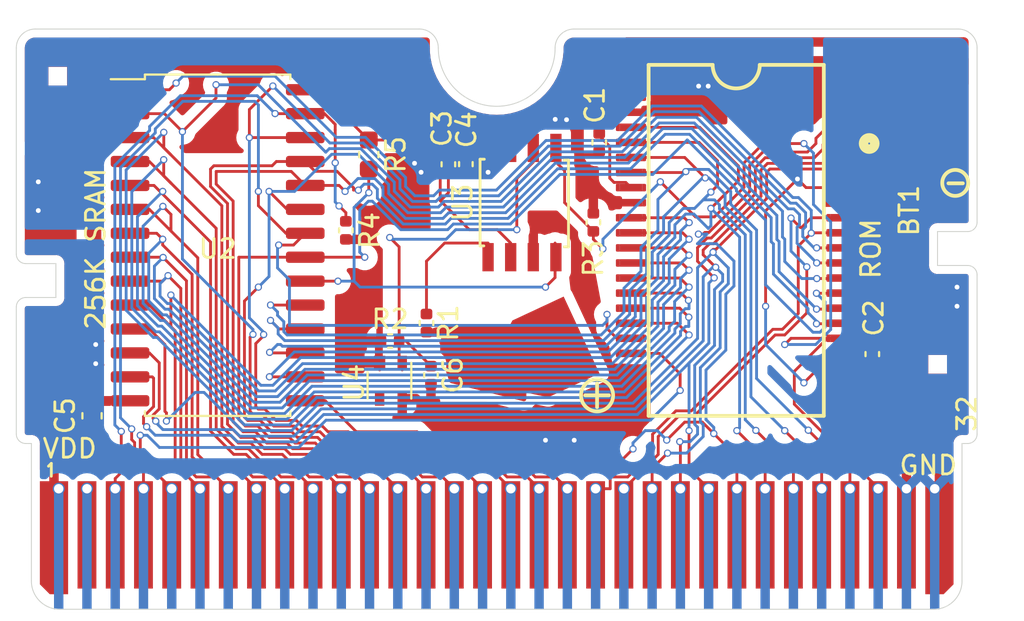
<source format=kicad_pcb>
(kicad_pcb (version 20221018) (generator pcbnew)
  (layers (0 "F.Cu" signal) (31 "B.Cu" signal) (34 "B.Paste" user) (35 "F.Paste" user) (36 "B.SilkS" user "B.Silkscreen") (37 "F.SilkS" user "F.Silkscreen") (38 "B.Mask" user) (39 "F.Mask" user) (44 "Edge.Cuts" user))
  (net 0 "")
  (net 1 "Net-(BT1-+)")
  (net 3 "+3V3")
  (net 4 "GND")
  (net 5 "Net-(U2-VDD)")
  (net 6 "Net-(U4-Vout)")
  (net 7 "Net-(R1-Pad1)")
  (net 8 "CS2")
  (net 9 "WR")
  (net 10 "Net-(U2-~{CE})")
  (net 11 "unconnected-(U0-CLK~{}-Pad2)")
  (net 12 "RD")
  (net 13 "CS")
  (net 14 "A0")
  (net 15 "A1")
  (net 16 "A2")
  (net 17 "A3")
  (net 18 "A4")
  (net 19 "A5")
  (net 20 "A6")
  (net 21 "A7")
  (net 22 "A8")
  (net 23 "A9")
  (net 24 "A10")
  (net 25 "A11")
  (net 26 "A12")
  (net 27 "A13")
  (net 28 "A14")
  (net 29 "A15")
  (net 30 "D0")
  (net 31 "D1")
  (net 32 "D2")
  (net 33 "D3")
  (net 34 "D4")
  (net 35 "D5")
  (net 36 "D6")
  (net 37 "D7")
  (footprint "Package_SO:SOIC-28W_7.5x17.9mm_P1.27mm" (layer "F.Cu") (at 127.377054 79.058694)
    (fp_text reference "U2")
    (fp_text value "FM18W08-SG")
  )
  (footprint "Capacitor_SMD:C_0402_1005Metric" (layer "F.Cu") (at 138.700662 85.952303 -90)
    (fp_text reference "C6")
    (fp_text value "122nF")
  )
  (footprint "Capacitor_SMD:C_0402_1005Metric" (layer "F.Cu") (at 162.127538 84.836 90)
    (fp_text reference "C2")
    (fp_text value "116nF")
  )
  (footprint "Capacitor_SMD:C_0402_1005Metric" (layer "F.Cu") (at 147.631726 73.602277 90)
    (fp_text reference "C1")
    (fp_text value "127nF")
  )
  (footprint "Capacitor_SMD:C_0402_1005Metric" (layer "F.Cu") (at 138.462836 83.188611 -90)
    (fp_text reference "R1")
    (fp_text value "1k")
  )
  (footprint "NintendoFootprints:PST4325" (layer "F.Cu") (at 136.696067 86.450283 -90)
    (fp_text reference "U4")
    (fp_text value "~")
  )
  (footprint "NintendoFootprints:AGB-CR1616" (layer "F.Cu") (at 155.3054 79.80555 25)
    (fp_text reference "BT1" hide)
    (fp_text value "CR1616" hide)
  )
  (footprint "Capacitor_SMD:C_0402_1005Metric" (layer "F.Cu") (at 139.624749 74.759818 90)
    (fp_text reference "C3")
    (fp_text value "130nF")
  )
  (footprint "NintendoFootprints:3x3mm_Pad" (layer "F.Cu") (at 118.89 70.08255)
    (fp_text reference "A3" hide)
    (fp_text value "3x3Pad" hide)
  )
  (footprint "Capacitor_SMD:C_0603_1608Metric" (layer "F.Cu") (at 120.708376 88.110861 90)
    (fp_text reference "C5")
    (fp_text value "??")
  )
  (footprint "NintendoFootprints:3x3mm_Pad" (layer "F.Cu") (at 165.5929 85.38125)
    (fp_text reference "A2" hide)
    (fp_text value "3x3Pad" hide)
  )
  (footprint "Capacitor_SMD:C_0402_1005Metric" (layer "F.Cu") (at 134.183582 78.267516 90)
    (fp_text reference "R4")
    (fp_text value "100k")
  )
  (footprint "Capacitor_SMD:C_0603_1608Metric" (layer "F.Cu") (at 135.39921 74.247762 -90)
    (fp_text reference "R5")
    (fp_text value "10k")
  )
  (footprint "Capacitor_SMD:C_0402_1005Metric" (layer "F.Cu") (at 136.530986 84.144288)
    (fp_text reference "R2")
    (fp_text value "100k")
  )
  (footprint "NintendoFootprints:AGB_Cartridge" (layer "F.Cu") (at 142.19 94.43255)
    (fp_text reference "U0" hide)
    (fp_text value "CartBus")
    (fp_line (start -25.5 -14.9004) (end -25.5 -25.8504) (stroke (width 0.05)) (layer "Edge.Cuts"))
    (fp_line (start -25.5 -5.3504) (end -25.5 -12.1004) (stroke (width 0.05)) (layer "Edge.Cuts"))
    (fp_line (start -24.7 -4.8504) (end -25 -4.8504) (stroke (width 0.05)) (layer "Edge.Cuts"))
    (fp_line (start -24.7 2.4496) (end -24.7 -4.8504) (stroke (width 0.05)) (layer "Edge.Cuts"))
    (fp_line (start -24.5 -26.8504) (end -4.1 -26.8504) (stroke (width 0.05)) (layer "Edge.Cuts"))
    (fp_line (start -23.4 -14.4004) (end -25 -14.4004) (stroke (width 0.05)) (layer "Edge.Cuts"))
    (fp_line (start -23.4 -14.4004) (end -23.4 -12.6004) (stroke (width 0.05)) (layer "Edge.Cuts"))
    (fp_line (start -23.4 -12.6004) (end -25 -12.6004) (stroke (width 0.05)) (layer "Edge.Cuts"))
    (fp_line (start -23.2 3.9496) (end 23.2 3.9496) (stroke (width 0.05)) (layer "Edge.Cuts"))
    (fp_line (start 4.1 -26.8504) (end 24.5 -26.8504) (stroke (width 0.05)) (layer "Edge.Cuts"))
    (fp_line (start 23.4 -16.1004) (end 25 -16.1004) (stroke (width 0.05)) (layer "Edge.Cuts"))
    (fp_line (start 23.4 -14.3004) (end 23.4 -16.1004) (stroke (width 0.05)) (layer "Edge.Cuts"))
    (fp_line (start 23.4 -14.3004) (end 25 -14.3004) (stroke (width 0.05)) (layer "Edge.Cuts"))
    (fp_line (start 24.7 2.4496) (end 24.7 -4.8504) (stroke (width 0.05)) (layer "Edge.Cuts"))
    (fp_line (start 25 -4.8504) (end 24.7 -4.8504) (stroke (width 0.05)) (layer "Edge.Cuts"))
    (fp_line (start 25.5 -16.6004) (end 25.5 -25.8504) (stroke (width 0.05)) (layer "Edge.Cuts"))
    (fp_line (start 25.5 -5.3504) (end 25.5 -13.8004) (stroke (width 0.05)) (layer "Edge.Cuts"))
    (fp_arc (start -25.5 -25.8504) (mid -25.207091 -26.557491) (end -24.5 -26.8504) (stroke (width 0.05)) (layer "Edge.Cuts"))
    (fp_arc (start -25.5 -12.1004) (mid -25.353538 -12.453938) (end -25 -12.6004) (stroke (width 0.05)) (layer "Edge.Cuts"))
    (fp_arc (start -25 -14.4004) (mid -25.353535 -14.546865) (end -25.5 -14.9004) (stroke (width 0.05)) (layer "Edge.Cuts"))
    (fp_arc (start -25 -4.8504) (mid -25.353535 -4.996865) (end -25.5 -5.3504) (stroke (width 0.05)) (layer "Edge.Cuts"))
    (fp_arc (start -23.2 3.9496) (mid -24.260642 3.510242) (end -24.7 2.4496) (stroke (width 0.05)) (layer "Edge.Cuts"))
    (fp_arc (start -4.1 -26.8504) (mid -3.392875 -26.557525) (end -3.1 -25.8504) (stroke (width 0.05)) (layer "Edge.Cuts"))
    (fp_arc (start 3.1 -25.8504) (mid 0 -22.7504) (end -3.1 -25.8504) (stroke (width 0.05)) (layer "Edge.Cuts"))
    (fp_arc (start 3.1 -25.8504) (mid 3.392908 -26.557492) (end 4.1 -26.8504) (stroke (width 0.05)) (layer "Edge.Cuts"))
    (fp_arc (start 24.5 -26.8504) (mid 25.207107 -26.557507) (end 25.5 -25.8504) (stroke (width 0.05)) (layer "Edge.Cuts"))
    (fp_arc (start 24.7 2.4496) (mid 24.260675 3.510275) (end 23.2 3.9496) (stroke (width 0.05)) (layer "Edge.Cuts"))
    (fp_arc (start 25 -14.3004) (mid 25.353553 -14.153953) (end 25.5 -13.8004) (stroke (width 0.05)) (layer "Edge.Cuts"))
    (fp_arc (start 25.5 -16.6004) (mid 25.353641 -16.246759) (end 25 -16.1004) (stroke (width 0.05)) (layer "Edge.Cuts"))
    (fp_arc (start 25.5 -5.3504) (mid 25.353641 -4.996759) (end 25 -4.8504) (stroke (width 0.05)) (layer "Edge.Cuts"))
  )
  (footprint "Capacitor_SMD:C_0402_1005Metric" (layer "F.Cu") (at 147.32 77.84176 -90)
    (fp_text reference "R3")
    (fp_text value "5k")
  )
  (footprint "HDR_Gameboy:AGB-Cartbrow_Right" (layer "F.Cu") (at 158.1396 68.26855)
    (fp_text reference "A7" hide)
    (fp_text value "CartBrow_Right" hide)
  )
  (footprint "Capacitor_SMD:C_0402_1005Metric" (layer "F.Cu") (at 140.552992 74.7532 90)
    (fp_text reference "C4")
    (fp_text value "113nF")
  )
  (footprint "Package_SO:TSSOP-8_3x3mm_P0.65mm" (layer "F.Cu") (at 142.932 76.791805 90)
    (fp_text reference "U3")
    (fp_text value "~" hide)
  )
  (footprint "NintendoFootprints:AGB-TSOP-II-44_10.16x18.41mm_P0.8mm" (layer "F.Cu") (at 154.903856 78.798449)
    (fp_text reference "U1" hide)
    (fp_text value "MX23L12806-12C")
  )
  (footprint "HDR_Gameboy:AGB-Cartbrow_Left" (layer "F.Cu") (at 130.1402 68.27855)
    (fp_text reference "A6" hide)
    (fp_text value "CartBrow_Left" hide)
  )
  (gr_line (start 118.54764 90.63681) (end 118.54764 91.31895) (stroke (width 0.15)) (layer "F.SilkS"))
  (gr_circle (center 161.96114 73.65723) (end 162.01114 73.65723) (stroke (width 0.5)) (fill none) (layer "F.SilkS"))
  (gr_line (start 118.54764 90.63681) (end 118.39778 90.78667) (stroke (width 0.15)) (layer "F.SilkS"))
  (gr_text "GND" (at 165.1 90.740885) (layer "F.SilkS") (effects (font (size 1 1))))
  (gr_text "32" (at 167.148 87.99615 90) (layer "F.SilkS") (effects (font (size 1 1))))
  (gr_text "BT1" (at 164.084 77.216 90) (layer "F.SilkS") (effects (font (size 1 1))))
  (gr_text "VDD" (at 119.52554 89.85195) (layer "F.SilkS") (effects (font (size 1 1))))
  (gr_text "256K SRAM" (at 120.904 79.248 90) (layer "F.SilkS") (effects (font (size 1 1))))
  (gr_text "ROM" (at 162.052 79.248 90) (layer "F.SilkS") (effects (font (size 1 1))))
  (segment (start 143.885811 83.668611) (end 144.88286 84.66566) (width 0.15) (layer "F.Cu") (net 1))
  (segment (start 144.8829 84.66565) (end 144.6679 84.45065) (width 0.15) (layer "F.Cu") (net 1))
  (segment (start 159.257551 85.598449) (end 160.491356 85.598449) (width 0.15) (layer "F.Cu") (net 3))
  (segment (start 158.154738 75.542058) (end 158.611129 75.998449) (width 0.15) (layer "F.Cu") (net 3))
  (segment (start 141.6828 75.2332) (end 141.732 75.184) (width 0.15) (layer "F.Cu") (net 3))
  (segment (start 161.845089 85.598449) (end 160.491356 85.598449) (width 0.15) (layer "F.Cu") (net 3))
  (segment (start 156.464 77.232796) (end 156.464 82.296) (width 0.15) (layer "F.Cu") (net 3))
  (segment (start 136.050986 85.600347) (end 136.050986 84.144288) (width 0.15) (layer "F.Cu") (net 3))
  (segment (start 158.496 86.36) (end 159.257551 85.598449) (width 0.15) (layer "F.Cu") (net 3))
  (segment (start 158.154738 75.542058) (end 156.464 77.232796) (width 0.15) (layer "F.Cu") (net 3))
  (segment (start 158.611129 75.998449) (end 161.191356 75.998449) (width 0.15) (layer "F.Cu") (net 3))
  (segment (start 135.975591 85.675742) (end 136.050986 85.600347) (width 0.15) (layer "F.Cu") (net 3))
  (segment (start 141.732 75.184) (end 141.732 74.641805) (width 0.15) (layer "F.Cu") (net 3))
  (segment (start 162.127538 85.316) (end 161.845089 85.598449) (width 0.15) (layer "F.Cu") (net 3))
  (segment (start 140.552992 75.2332) (end 141.6828 75.2332) (width 0.15) (layer "F.Cu") (net 3))
  (via (at 145.29633 72.374947) (size 0.381) (drill 0.254) (layers "F.Cu" "B.Cu") (net 3))
  (via (at 138.176 75.184) (size 0.381) (drill 0.254) (layers "F.Cu" "B.Cu") (net 3))
  (via (at 156.464 82.296) (size 0.381) (drill 0.254) (layers "F.Cu" "B.Cu") (net 3))
  (via (at 145.897297 72.394652) (size 0.381) (drill 0.254) (layers "F.Cu" "B.Cu") (net 3))
  (via (at 158.154738 75.542058) (size 0.381) (drill 0.254) (layers "F.Cu" "B.Cu") (net 3))
  (via (at 141.732 75.184) (size 0.381) (drill 0.254) (layers "F.Cu" "B.Cu") (net 3))
  (via (at 153.416 70.612) (size 0.381) (drill 0.254) (layers "F.Cu" "B.Cu") (net 3))
  (via (at 117.856 77.216) (size 0.381) (drill 0.254) (layers "F.Cu" "B.Cu") (net 3))
  (via (at 152.908 70.612) (size 0.381) (drill 0.254) (layers "F.Cu" "B.Cu") (net 3))
  (via (at 117.856 75.692) (size 0.381) (drill 0.254) (layers "F.Cu" "B.Cu") (net 3))
  (via (at 158.496 86.36) (size 0.381) (drill 0.254) (layers "F.Cu" "B.Cu") (net 3))
  (via (at 137.828381 74.707168) (size 0.381) (drill 0.254) (layers "F.Cu" "B.Cu") (net 3))
  (segment (start 156.464 84.328) (end 156.464 82.296) (width 0.15) (layer "B.Cu") (net 3))
  (segment (start 158.496 86.36) (end 156.464 84.328) (width 0.15) (layer "B.Cu") (net 3))
  (segment (start 165.8676 86.10655) (end 166.5929 86.10655) (width 0.15) (layer "F.Cu") (net 4))
  (segment (start 165.5984 72.98465) (end 165.1347 72.52095) (width 0.15) (layer "F.Cu") (net 4))
  (segment (start 164.5929 85.38125) (end 164.5929 86.10655) (width 0.15) (layer "F.Cu") (net 4))
  (segment (start 164.5929 84.51865) (end 164.5929 85.38125) (width 0.15) (layer "F.Cu") (net 4))
  (segment (start 165.1347 72.52095) (end 165.1347 72.05725) (width 0.15) (layer "F.Cu") (net 4))
  (segment (start 164.5929 86.10655) (end 164.5929 86.38125) (width 0.15) (layer "F.Cu") (net 4))
  (segment (start 164.9126 73.67035) (end 164.9124 73.67055) (width 0.15) (layer "F.Cu") (net 4))
  (segment (start 118.89 71.08255) (end 118.6744 71.08255) (width 0.15) (layer "F.Cu") (net 4))
  (segment (start 162.127538 84.356) (end 161.685089 84.798449) (width 0.15) (layer "F.Cu") (net 4))
  (segment (start 165.5984 72.98465) (end 164.9126 73.67035) (width 0.15) (layer "F.Cu") (net 4))
  (segment (start 165.5929 86.38125) (end 164.5929 86.38125) (width 0.15) (layer "F.Cu") (net 4))
  (segment (start 164.7303 84.38125) (end 164.5929 84.51865) (width 0.15) (layer "F.Cu") (net 4))
  (segment (start 147.631726 73.122277) (end 147.631726 73.252209) (width 0.15) (layer "F.Cu") (net 4))
  (segment (start 136.9675 68.27855) (end 130.2112 68.27855) (width 0.15) (layer "F.Cu") (net 4))
  (segment (start 165.5929 84.38125) (end 164.7303 84.38125) (width 0.15) (layer "F.Cu") (net 4))
  (segment (start 148.191356 75.497921) (end 148.416884 75.723449) (width 0.15) (layer "F.Cu") (net 4))
  (segment (start 165.5929 86.38125) (end 165.8676 86.10655) (width 0.15) (layer "F.Cu") (net 4))
  (segment (start 148.191356 73.811839) (end 148.191356 75.497921) (width 0.15) (layer "F.Cu") (net 4))
  (segment (start 166.5929 85.38125) (end 166.5929 86.10655) (width 0.15) (layer "F.Cu") (net 4))
  (segment (start 161.685089 84.798449) (end 160.491356 84.798449) (width 0.15) (layer "F.Cu") (net 4))
  (segment (start 147.631726 73.252209) (end 148.191356 73.811839) (width 0.15) (layer "F.Cu") (net 4))
  (segment (start 149.041356 75.723449) (end 149.316356 75.998449) (width 0.15) (layer "F.Cu") (net 4))
  (segment (start 162.127538 84.356) (end 162.127538 84.418622) (width 0.15) (layer "F.Cu") (net 4))
  (segment (start 164.4304 74.15285) (end 164.9124 73.67055) (width 0.15) (layer "F.Cu") (net 4))
  (segment (start 148.416884 75.723449) (end 149.041356 75.723449) (width 0.15) (layer "F.Cu") (net 4))
  (segment (start 164.9128 73.67055) (end 164.9126 73.67035) (width 0.15) (layer "F.Cu") (net 4))
  (via (at 120.904 85.344) (size 0.381) (drill 0.254) (layers "F.Cu" "B.Cu") (net 4))
  (via (at 120.904 84.328) (size 0.381) (drill 0.254) (layers "F.Cu" "B.Cu") (net 4))
  (via (at 144.78 89.408) (size 0.381) (drill 0.254) (layers "F.Cu" "B.Cu") (net 4))
  (via (at 146.304 89.408) (size 0.381) (drill 0.254) (layers "F.Cu" "B.Cu") (net 4))
  (via (at 166.624 81.28) (size 0.381) (drill 0.254) (layers "F.Cu" "B.Cu") (net 4))
  (via (at 166.624 82.296) (size 0.381) (drill 0.254) (layers "F.Cu" "B.Cu") (net 4))
  (segment (start 135.39921 73.472762) (end 137.987625 73.472762) (width 0.15) (layer "F.Cu") (net 5))
  (segment (start 139.192 74.677137) (end 139.192 76.687048) (width 0.15) (layer "F.Cu") (net 5))
  (segment (start 132.730142 70.803694) (end 132.027054 70.803694) (width 0.15) (layer "F.Cu") (net 5))
  (segment (start 137.987625 73.472762) (end 139.192 74.677137) (width 0.15) (layer "F.Cu") (net 5))
  (segment (start 142.932 78.941805) (end 142.222195 78.232) (width 0.15) (layer "F.Cu") (net 5))
  (segment (start 140.736952 78.232) (end 139.202476 76.697524) (width 0.15) (layer "F.Cu") (net 5))
  (segment (start 139.192 76.687048) (end 139.202476 76.697524) (width 0.15) (layer "F.Cu") (net 5))
  (segment (start 142.222195 78.232) (end 140.736952 78.232) (width 0.15) (layer "F.Cu") (net 5))
  (segment (start 139.624749 75.239818) (end 139.624749 76.275251) (width 0.15) (layer "F.Cu") (net 5))
  (segment (start 135.39921 73.472762) (end 132.730142 70.803694) (width 0.15) (layer "F.Cu") (net 5))
  (segment (start 139.624749 76.275251) (end 139.202476 76.697524) (width 0.15) (layer "F.Cu") (net 5))
  (segment (start 137.010986 79.143772) (end 136.513255 78.646041) (width 0.15) (layer "F.Cu") (net 6))
  (segment (start 137.010986 85.511137) (end 137.010986 84.144288) (width 0.15) (layer "F.Cu") (net 6))
  (segment (start 137.010986 84.144288) (end 137.010986 79.143772) (width 0.15) (layer "F.Cu") (net 6))
  (segment (start 143.256 78.232) (end 143.256 75.517805) (width 0.15) (layer "F.Cu") (net 6))
  (segment (start 137.010986 84.144288) (end 137.372647 84.144288) (width 0.15) (layer "F.Cu") (net 6))
  (segment (start 143.256 75.517805) (end 144.132 74.641805) (width 0.15) (layer "F.Cu") (net 6))
  (segment (start 137.372647 84.144288) (end 138.700662 85.472303) (width 0.15) (layer "F.Cu") (net 6))
  (segment (start 137.175591 85.675742) (end 137.010986 85.511137) (width 0.15) (layer "F.Cu") (net 6))
  (via (at 136.513255 78.646041) (size 0.381) (drill 0.254) (layers "F.Cu" "B.Cu") (net 6))
  (via (at 143.256 78.232) (size 0.381) (drill 0.254) (layers "F.Cu" "B.Cu") (net 6))
  (segment (start 139.506062 78.74) (end 136.607214 78.74) (width 0.15) (layer "B.Cu") (net 6))
  (segment (start 136.607214 78.74) (end 136.513255 78.646041) (width 0.15) (layer "B.Cu") (net 6))
  (segment (start 143.256 78.232) (end 140.014062 78.232) (width 0.15) (layer "B.Cu") (net 6))
  (segment (start 140.014062 78.232) (end 139.506062 78.74) (width 0.15) (layer "B.Cu") (net 6))
  (segment (start 138.462836 79.903922) (end 139.424953 78.941805) (width 0.15) (layer "F.Cu") (net 7))
  (segment (start 139.424953 78.941805) (end 141.732 78.941805) (width 0.15) (layer "F.Cu") (net 7))
  (segment (start 138.462836 82.708611) (end 138.462836 79.903922) (width 0.15) (layer "F.Cu") (net 7))
  (segment (start 162.44 91.946765) (end 157.988 87.494765) (width 0.15) (layer "F.Cu") (net 8))
  (segment (start 155.318432 75.981578) (end 153.748022 77.551988) (width 0.15) (layer "F.Cu") (net 8))
  (segment (start 157.809551 83.998449) (end 160.491356 83.998449) (width 0.15) (layer "F.Cu") (net 8))
  (segment (start 156.34321 73.66) (end 155.318432 74.684778) (width 0.15) (layer "F.Cu") (net 8))
  (segment (start 145.332 74.641805) (end 145.796 75.105805) (width 0.15) (layer "F.Cu") (net 8))
  (segment (start 157.988 87.494765) (end 157.988 85.751805) (width 0.15) (layer "F.Cu") (net 8))
  (segment (start 157.988 85.751805) (end 159.741356 83.998449) (width 0.15) (layer "F.Cu") (net 8))
  (segment (start 153.748022 77.551988) (end 152.740193 77.551988) (width 0.15) (layer "F.Cu") (net 8))
  (segment (start 152.740193 77.551988) (end 150.880205 75.692) (width 0.15) (layer "F.Cu") (net 8))
  (segment (start 147.32 78.74) (end 147.828 79.248) (width 0.15) (layer "F.Cu") (net 8))
  (segment (start 162.44 91.98255) (end 162.44 91.946765) (width 0.15) (layer "F.Cu") (net 8))
  (segment (start 147.32 78.32176) (end 147.32 78.74) (width 0.15) (layer "F.Cu") (net 8))
  (segment (start 155.318432 74.684778) (end 155.318432 75.981578) (width 0.15) (layer "F.Cu") (net 8))
  (segment (start 158.496 73.66) (end 156.34321 73.66) (width 0.15) (layer "F.Cu") (net 8))
  (segment (start 157.48 84.328) (end 157.809551 83.998449) (width 0.15) (layer "F.Cu") (net 8))
  (segment (start 159.741356 83.998449) (end 160.491356 83.998449) (width 0.15) (layer "F.Cu") (net 8))
  (segment (start 145.796 75.105805) (end 145.796 76.79776) (width 0.15) (layer "F.Cu") (net 8))
  (segment (start 150.880205 75.692) (end 150.876 75.692) (width 0.15) (layer "F.Cu") (net 8))
  (segment (start 145.796 76.79776) (end 147.32 78.32176) (width 0.15) (layer "F.Cu") (net 8))
  (via (at 147.828 79.248) (size 0.381) (drill 0.254) (layers "F.Cu" "B.Cu") (net 8))
  (via (at 157.48 84.328) (size 0.381) (drill 0.254) (layers "F.Cu" "B.Cu") (net 8))
  (via (at 158.496 73.66) (size 0.381) (drill 0.254) (layers "F.Cu" "B.Cu") (net 8))
  (via (at 150.876 75.692) (size 0.381) (drill 0.254) (layers "F.Cu" "B.Cu") (net 8))
  (segment (start 159.004 76.897456) (end 159.918764 77.81222) (width 0.15) (layer "B.Cu") (net 8))
  (segment (start 159.918764 83.53366) (end 159.124424 84.328) (width 0.15) (layer "B.Cu") (net 8))
  (segment (start 159.004 74.168) (end 159.004 76.897456) (width 0.15) (layer "B.Cu") (net 8))
  (segment (start 147.828 78.74) (end 150.876 75.692) (width 0.15) (layer "B.Cu") (net 8))
  (segment (start 159.124424 84.328) (end 157.48 84.328) (width 0.15) (layer "B.Cu") (net 8))
  (segment (start 159.918764 77.81222) (end 159.918764 83.53366) (width 0.15) (layer "B.Cu") (net 8))
  (segment (start 147.828 79.248) (end 147.828 78.74) (width 0.15) (layer "B.Cu") (net 8))
  (segment (start 158.496 73.66) (end 159.004 74.168) (width 0.15) (layer "B.Cu") (net 8))
  (segment (start 122.260504 88.939389) (end 122.260504 91.119496) (width 0.15) (layer "F.Cu") (net 9))
  (segment (start 133.617415 72.933404) (end 133.617415 74.681837) (width 0.15) (layer "F.Cu") (net 9))
  (segment (start 132.027054 72.073694) (end 133.052053 72.073694) (width 0.15) (layer "F.Cu") (net 9))
  (segment (start 133.617415 72.639056) (end 133.617415 72.933404) (width 0.15) (layer "F.Cu") (net 9))
  (segment (start 133.528878 72.550519) (end 133.617415 72.639056) (width 0.15) (layer "F.Cu") (net 9))
  (segment (start 133.528878 72.550519) (end 133.525662 72.553735) (width 0.15) (layer "F.Cu") (net 9))
  (segment (start 121.94 91.44) (end 121.94 91.98255) (width 0.15) (layer "F.Cu") (net 9))
  (segment (start 122.260504 91.119496) (end 121.94 91.44) (width 0.15) (layer "F.Cu") (net 9))
  (segment (start 130.429956 72.073694) (end 132.027054 72.073694) (width 0.15) (layer "F.Cu") (net 9))
  (segment (start 134.183582 77.328497) (end 134.183582 77.787516) (width 0.15) (layer "F.Cu") (net 9))
  (segment (start 130.425311 72.069049) (end 130.429956 72.073694) (width 0.15) (layer "F.Cu") (net 9))
  (segment (start 133.827802 76.972717) (end 134.183582 77.328497) (width 0.15) (layer "F.Cu") (net 9))
  (segment (start 133.052053 72.073694) (end 133.528878 72.550519) (width 0.15) (layer "F.Cu") (net 9))
  (via (at 130.425311 72.069049) (size 0.381) (drill 0.254) (layers "F.Cu" "B.Cu") (net 9))
  (via (at 133.617415 74.681837) (size 0.381) (drill 0.254) (layers "F.Cu" "B.Cu") (net 9))
  (via (at 122.260504 88.939389) (size 0.381) (drill 0.254) (layers "F.Cu" "B.Cu") (net 9))
  (via (at 133.820009 76.972717) (size 0.381) (drill 0.254) (layers "F.Cu" "B.Cu") (net 9))
  (segment (start 123.76644 72.752414) (end 125.398854 71.12) (width 0.15) (layer "B.Cu") (net 9))
  (segment (start 121.94 91.88505) (end 121.94 91.98255) (width 0.15) (layer "B.Cu") (net 9))
  (segment (start 129.476262 71.12) (end 130.425311 72.069049) (width 0.15) (layer "B.Cu") (net 9))
  (segment (start 133.617415 74.681837) (end 133.617415 76.76233) (width 0.15) (layer "B.Cu") (net 9))
  (segment (start 133.617415 76.76233) (end 133.827802 76.972717) (width 0.15) (layer "B.Cu") (net 9))
  (segment (start 121.92 88.598885) (end 121.92 74.813815) (width 0.15) (layer "B.Cu") (net 9))
  (segment (start 123.76644 72.967375) (end 123.76644 72.752414) (width 0.15) (layer "B.Cu") (net 9))
  (segment (start 122.260504 88.939389) (end 121.92 88.598885) (width 0.15) (layer "B.Cu") (net 9))
  (segment (start 121.92 74.813815) (end 123.76644 72.967375) (width 0.15) (layer "B.Cu") (net 9))
  (segment (start 125.398854 71.12) (end 129.476262 71.12) (width 0.15) (layer "B.Cu") (net 9))
  (segment (start 132.027054 80.963694) (end 133.76237 80.963694) (width 0.15) (layer "F.Cu") (net 10))
  (segment (start 135.39921 76.2658) (end 135.39921 75.022762) (width 0.15) (layer "F.Cu") (net 10))
  (segment (start 133.76237 80.963694) (end 133.763095 80.964419) (width 0.15) (layer "F.Cu") (net 10))
  (segment (start 144.78 81.28) (end 145.288 80.772) (width 0.15) (layer "F.Cu") (net 10))
  (segment (start 145.288 80.772) (end 145.288 78.941805) (width 0.15) (layer "F.Cu") (net 10))
  (segment (start 135.402673 76.269263) (end 135.39921 76.2658) (width 0.15) (layer "F.Cu") (net 10))
  (via (at 135.402673 76.269263) (size 0.381) (drill 0.254) (layers "F.Cu" "B.Cu") (net 10))
  (via (at 133.763095 80.964419) (size 0.381) (drill 0.254) (layers "F.Cu" "B.Cu") (net 10))
  (via (at 144.78 81.28) (size 0.381) (drill 0.254) (layers "F.Cu" "B.Cu") (net 10))
  (segment (start 134.62 80.964419) (end 134.935581 81.28) (width 0.15) (layer "B.Cu") (net 10))
  (segment (start 133.763095 80.964419) (end 134.62 80.964419) (width 0.15) (layer "B.Cu") (net 10))
  (segment (start 134.935581 81.28) (end 144.78 81.28) (width 0.15) (layer "B.Cu") (net 10))
  (segment (start 134.62 77.051936) (end 135.402673 76.269263) (width 0.15) (layer "B.Cu") (net 10))
  (segment (start 134.62 80.964419) (end 134.62 77.051936) (width 0.15) (layer "B.Cu") (net 10))
  (segment (start 120.44 91.98255) (end 120.44 92.13835) (width 0.25) (layer "F.Cu") (net 11))
  (segment (start 132.027054 78.423694) (end 131.403187 79.047561) (width 0.15) (layer "F.Cu") (net 12))
  (segment (start 122.812937 88.809476) (end 122.812937 89.371907) (width 0.15) (layer "F.Cu") (net 12))
  (segment (start 122.812937 89.371907) (end 122.970082 89.529052) (width 0.15) (layer "F.Cu") (net 12))
  (segment (start 129.54 76.2) (end 129.54 76.961639) (width 0.15) (layer "F.Cu") (net 12))
  (segment (start 131.403187 79.047561) (end 130.618299 79.047561) (width 0.15) (layer "F.Cu") (net 12))
  (segment (start 148.045346 83.477439) (end 148.566356 83.998449) (width 0.15) (layer "F.Cu") (net 12))
  (segment (start 148.566356 83.998449) (end 149.316356 83.998449) (width 0.15) (layer "F.Cu") (net 12))
  (segment (start 123.44 90.906814) (end 123.44 91.98255) (width 0.15) (layer "F.Cu") (net 12))
  (segment (start 122.970082 90.436896) (end 123.44 90.906814) (width 0.15) (layer "F.Cu") (net 12))
  (segment (start 148.045346 82.729331) (end 148.045346 83.477439) (width 0.15) (layer "F.Cu") (net 12))
  (segment (start 129.54 76.961639) (end 131.002055 78.423694) (width 0.15) (layer "F.Cu") (net 12))
  (segment (start 131.002055 78.423694) (end 132.027054 78.423694) (width 0.15) (layer "F.Cu") (net 12))
  (segment (start 122.970082 89.529052) (end 122.970082 90.436896) (width 0.15) (layer "F.Cu") (net 12))
  (via (at 148.045346 82.729331) (size 0.381) (drill 0.254) (layers "F.Cu" "B.Cu") (net 12))
  (via (at 122.812937 88.809476) (size 0.381) (drill 0.254) (layers "F.Cu" "B.Cu") (net 12))
  (via (at 129.54 76.2) (size 0.381) (drill 0.254) (layers "F.Cu" "B.Cu") (net 12))
  (via (at 130.618299 79.047561) (size 0.381) (drill 0.254) (layers "F.Cu" "B.Cu") (net 12))
  (segment (start 124.06644 72.876678) (end 125.523118 71.42) (width 0.15) (layer "B.Cu") (net 12))
  (segment (start 131.189043 83.312) (end 147.816832 83.312) (width 0.15) (layer "B.Cu") (net 12))
  (segment (start 122.22 74.938079) (end 124.06644 73.091639) (width 0.15) (layer "B.Cu") (net 12))
  (segment (start 130.618299 79.047561) (end 130.556 79.10986) (width 0.15) (layer "B.Cu") (net 12))
  (segment (start 129.54 71.608002) (end 129.54 76.2) (width 0.15) (layer "B.Cu") (net 12))
  (segment (start 125.523118 71.42) (end 129.351998 71.42) (width 0.15) (layer "B.Cu") (net 12))
  (segment (start 130.556 80.264) (end 131.189043 80.897043) (width 0.15) (layer "B.Cu") (net 12))
  (segment (start 129.351998 71.42) (end 129.54 71.608002) (width 0.15) (layer "B.Cu") (net 12))
  (segment (start 147.816832 83.312) (end 148.045346 83.083486) (width 0.15) (layer "B.Cu") (net 12))
  (segment (start 122.22 88.216539) (end 122.22 74.938079) (width 0.15) (layer "B.Cu") (net 12))
  (segment (start 148.045346 83.083486) (end 148.045346 82.729331) (width 0.15) (layer "B.Cu") (net 12))
  (segment (start 122.812937 88.809476) (end 122.22 88.216539) (width 0.15) (layer "B.Cu") (net 12))
  (segment (start 130.556 79.10986) (end 130.556 80.264) (width 0.15) (layer "B.Cu") (net 12))
  (segment (start 124.06644 73.091639) (end 124.06644 72.876678) (width 0.15) (layer "B.Cu") (net 12))
  (segment (start 131.189043 80.897043) (end 131.189043 83.312) (width 0.15) (layer "B.Cu") (net 12))
  (segment (start 123.270082 89.145747) (end 123.270082 90.312632) (width 0.15) (layer "F.Cu") (net 13))
  (segment (start 123.270082 90.312632) (end 124.94 91.98255) (width 0.15) (layer "F.Cu") (net 13))
  (segment (start 151.927988 86.765033) (end 151.927988 85.887988) (width 0.15) (layer "F.Cu") (net 13))
  (segment (start 151.927988 85.887988) (end 150.838449 84.798449) (width 0.15) (layer "F.Cu") (net 13))
  (segment (start 150.838449 84.798449) (end 149.316356 84.798449) (width 0.15) (layer "F.Cu") (net 13))
  (via (at 151.927988 86.765033) (size 0.381) (drill 0.254) (layers "F.Cu" "B.Cu") (net 13))
  (via (at 123.270082 89.145747) (size 0.381) (drill 0.254) (layers "F.Cu" "B.Cu") (net 13))
  (segment (start 123.270082 89.145747) (end 123.63972 89.145747) (width 0.15) (layer "B.Cu") (net 13))
  (segment (start 123.63972 89.145747) (end 124.286723 89.79275) (width 0.15) (layer "B.Cu") (net 13))
  (segment (start 131.679484 89.79275) (end 133.128234 88.344) (width 0.15) (layer "B.Cu") (net 13))
  (segment (start 150.349021 88.344) (end 151.927988 86.765033) (width 0.15) (layer "B.Cu") (net 13))
  (segment (start 133.128234 88.344) (end 150.349021 88.344) (width 0.15) (layer "B.Cu") (net 13))
  (segment (start 124.286723 89.79275) (end 131.679484 89.79275) (width 0.15) (layer "B.Cu") (net 13))
  (segment (start 125.121875 90.664425) (end 126.44 91.98255) (width 0.15) (layer "F.Cu") (net 14))
  (segment (start 152.147429 77.598449) (end 149.316356 77.598449) (width 0.15) (layer "F.Cu") (net 14))
  (segment (start 122.727054 82.233694) (end 123.752053 82.233694) (width 0.15) (layer "F.Cu") (net 14))
  (segment (start 124.896131 81.700773) (end 124.896131 83.377771) (width 0.15) (layer "F.Cu") (net 14))
  (segment (start 123.752053 82.233694) (end 124.89918 83.38082) (width 0.15) (layer "F.Cu") (net 14))
  (segment (start 124.89918 83.38082) (end 125.121875 83.603515) (width 0.15) (layer "F.Cu") (net 14))
  (segment (start 152.404349 77.855369) (end 152.147429 77.598449) (width 0.15) (layer "F.Cu") (net 14))
  (segment (start 124.896131 83.377771) (end 124.89918 83.38082) (width 0.15) (layer "F.Cu") (net 14))
  (segment (start 125.121875 83.603515) (end 125.121875 90.664425) (width 0.15) (layer "F.Cu") (net 14))
  (via (at 152.404349 77.855369) (size 0.381) (drill 0.254) (layers "F.Cu" "B.Cu") (net 14))
  (via (at 124.896131 81.700773) (size 0.381) (drill 0.254) (layers "F.Cu" "B.Cu") (net 14))
  (segment (start 151.048 80.934944) (end 151.048 79.667736) (width 0.15) (layer "B.Cu") (net 14))
  (segment (start 131.78533 85.02) (end 148.230152 85.02) (width 0.15) (layer "B.Cu") (net 14))
  (segment (start 124.896131 81.700773) (end 124.896131 81.716131) (width 0.15) (layer "B.Cu") (net 14))
  (segment (start 150.148 81.834944) (end 151.048 80.934944) (width 0.15) (layer "B.Cu") (net 14))
  (segment (start 129.67275 86.49275) (end 130.31258 86.49275) (width 0.15) (layer "B.Cu") (net 14))
  (segment (start 150.148 83.102152) (end 150.148 81.834944) (width 0.15) (layer "B.Cu") (net 14))
  (segment (start 151.948 78.311718) (end 152.404349 77.855369) (width 0.15) (layer "B.Cu") (net 14))
  (segment (start 151.048 79.667736) (end 151.948 78.767736) (width 0.15) (layer "B.Cu") (net 14))
  (segment (start 148.230152 85.02) (end 150.148 83.102152) (width 0.15) (layer "B.Cu") (net 14))
  (segment (start 130.31258 86.49275) (end 131.78533 85.02) (width 0.15) (layer "B.Cu") (net 14))
  (segment (start 124.896131 81.716131) (end 129.67275 86.49275) (width 0.15) (layer "B.Cu") (net 14))
  (segment (start 151.948 78.767736) (end 151.948 78.311718) (width 0.15) (layer "B.Cu") (net 14))
  (segment (start 124.744185 80.672215) (end 125.421875 81.349905) (width 0.15) (layer "F.Cu") (net 15))
  (segment (start 125.421875 81.349905) (end 125.421875 90.540161) (width 0.15) (layer "F.Cu") (net 15))
  (segment (start 125.421875 90.540161) (end 126.239264 91.35755) (width 0.15) (layer "F.Cu") (net 15))
  (segment (start 126.239264 91.35755) (end 127.315 91.35755) (width 0.15) (layer "F.Cu") (net 15))
  (segment (start 152.058449 78.398449) (end 149.316356 78.398449) (width 0.15) (layer "F.Cu") (net 15))
  (segment (start 127.315 91.35755) (end 127.94 91.98255) (width 0.15) (layer "F.Cu") (net 15))
  (segment (start 124.744185 80.672215) (end 124.452706 80.963694) (width 0.15) (layer "F.Cu") (net 15))
  (segment (start 152.4 78.74) (end 152.058449 78.398449) (width 0.15) (layer "F.Cu") (net 15))
  (segment (start 124.452706 80.963694) (end 122.727054 80.963694) (width 0.15) (layer "F.Cu") (net 15))
  (via (at 124.744185 80.672215) (size 0.381) (drill 0.254) (layers "F.Cu" "B.Cu") (net 15))
  (via (at 152.4 78.74) (size 0.381) (drill 0.254) (layers "F.Cu" "B.Cu") (net 15))
  (segment (start 150.448 83.226416) (end 150.448 81.959208) (width 0.15) (layer "B.Cu") (net 15))
  (segment (start 124.32 81.0964) (end 124.32 81.763867) (width 0.15) (layer "B.Cu") (net 15))
  (segment (start 129.548486 86.79275) (end 130.436844 86.79275) (width 0.15) (layer "B.Cu") (net 15))
  (segment (start 130.436844 86.79275) (end 131.885594 85.344) (width 0.15) (layer "B.Cu") (net 15))
  (segment (start 151.348 79.792) (end 152.4 78.74) (width 0.15) (layer "B.Cu") (net 15))
  (segment (start 124.708906 82.152773) (end 124.908509 82.152773) (width 0.15) (layer "B.Cu") (net 15))
  (segment (start 150.448 81.959208) (end 151.348 81.059208) (width 0.15) (layer "B.Cu") (net 15))
  (segment (start 148.330416 85.344) (end 150.448 83.226416) (width 0.15) (layer "B.Cu") (net 15))
  (segment (start 124.744185 80.672215) (end 124.32 81.0964) (width 0.15) (layer "B.Cu") (net 15))
  (segment (start 151.348 81.059208) (end 151.348 79.792) (width 0.15) (layer "B.Cu") (net 15))
  (segment (start 124.32 81.763867) (end 124.708906 82.152773) (width 0.15) (layer "B.Cu") (net 15))
  (segment (start 124.908509 82.152773) (end 129.548486 86.79275) (width 0.15) (layer "B.Cu") (net 15))
  (segment (start 131.885594 85.344) (end 148.330416 85.344) (width 0.15) (layer "B.Cu") (net 15))
  (segment (start 124.468478 79.693694) (end 124.480778 79.705994) (width 0.15) (layer "F.Cu") (net 16))
  (segment (start 152.398372 79.585216) (end 152.011605 79.198449) (width 0.15) (layer "F.Cu") (net 16))
  (segment (start 128.515 91.05755) (end 129.44 91.98255) (width 0.15) (layer "F.Cu") (net 16))
  (segment (start 122.727054 79.693694) (end 124.468478 79.693694) (width 0.15) (layer "F.Cu") (net 16))
  (segment (start 126.363528 91.05755) (end 128.515 91.05755) (width 0.15) (layer "F.Cu") (net 16))
  (segment (start 125.721875 90.415897) (end 126.363528 91.05755) (width 0.15) (layer "F.Cu") (net 16))
  (segment (start 125.721875 80.947091) (end 125.721875 90.415897) (width 0.15) (layer "F.Cu") (net 16))
  (segment (start 152.011605 79.198449) (end 149.316356 79.198449) (width 0.15) (layer "F.Cu") (net 16))
  (segment (start 123.157962 79.693694) (end 122.727054 79.693694) (width 0.25) (layer "F.Cu") (net 16))
  (segment (start 124.480778 79.705994) (end 125.721875 80.947091) (width 0.15) (layer "F.Cu") (net 16))
  (segment (start 123.506306 79.693694) (end 122.727054 79.693694) (width 0.15) (layer "F.Cu") (net 16))
  (via (at 152.398372 79.585216) (size 0.381) (drill 0.254) (layers "F.Cu" "B.Cu") (net 16))
  (via (at 124.480778 79.705994) (size 0.381) (drill 0.254) (layers "F.Cu" "B.Cu") (net 16))
  (segment (start 124.02 81.888131) (end 124.584642 82.452773) (width 0.15) (layer "B.Cu") (net 16))
  (segment (start 124.480778 79.705994) (end 124.02 80.166772) (width 0.15) (layer "B.Cu") (net 16))
  (segment (start 148.45468 85.644) (end 150.748 83.35068) (width 0.15) (layer "B.Cu") (net 16))
  (segment (start 130.561108 87.09275) (end 132.009858 85.644) (width 0.15) (layer "B.Cu") (net 16))
  (segment (start 124.784245 82.452773) (end 129.424222 87.09275) (width 0.15) (layer "B.Cu") (net 16))
  (segment (start 150.748 82.083472) (end 151.648 81.183472) (width 0.15) (layer "B.Cu") (net 16))
  (segment (start 132.009858 85.644) (end 148.45468 85.644) (width 0.15) (layer "B.Cu") (net 16))
  (segment (start 151.648 81.183472) (end 151.648 80.335588) (width 0.15) (layer "B.Cu") (net 16))
  (segment (start 124.02 80.166772) (end 124.02 81.888131) (width 0.15) (layer "B.Cu") (net 16))
  (segment (start 150.748 83.35068) (end 150.748 82.083472) (width 0.15) (layer "B.Cu") (net 16))
  (segment (start 124.584642 82.452773) (end 124.784245 82.452773) (width 0.15) (layer "B.Cu") (net 16))
  (segment (start 151.648 80.335588) (end 152.398372 79.585216) (width 0.15) (layer "B.Cu") (net 16))
  (segment (start 129.424222 87.09275) (end 130.561108 87.09275) (width 0.15) (layer "B.Cu") (net 16))
  (segment (start 128.639264 90.75755) (end 129.239264 91.35755) (width 0.15) (layer "F.Cu") (net 17))
  (segment (start 122.727054 78.423694) (end 124.143694 78.423694) (width 0.15) (layer "F.Cu") (net 17))
  (segment (start 129.239264 91.35755) (end 130.315 91.35755) (width 0.15) (layer "F.Cu") (net 17))
  (segment (start 126.021875 90.291633) (end 126.487792 90.75755) (width 0.15) (layer "F.Cu") (net 17))
  (segment (start 152.01681 79.998449) (end 149.316356 79.998449) (width 0.15) (layer "F.Cu") (net 17))
  (segment (start 124.46 79.045991) (end 126.021875 80.607866) (width 0.15) (layer "F.Cu") (net 17))
  (segment (start 124.143694 78.423694) (end 124.46 78.74) (width 0.15) (layer "F.Cu") (net 17))
  (segment (start 130.315 91.35755) (end 130.94 91.98255) (width 0.15) (layer "F.Cu") (net 17))
  (segment (start 124.46 78.74) (end 124.46 79.045991) (width 0.15) (layer "F.Cu") (net 17))
  (segment (start 126.021875 80.607866) (end 126.021875 90.291633) (width 0.15) (layer "F.Cu") (net 17))
  (segment (start 126.487792 90.75755) (end 128.639264 90.75755) (width 0.15) (layer "F.Cu") (net 17))
  (segment (start 152.398372 80.380011) (end 152.01681 79.998449) (width 0.15) (layer "F.Cu") (net 17))
  (via (at 152.398372 80.380011) (size 0.381) (drill 0.254) (layers "F.Cu" "B.Cu") (net 17))
  (via (at 124.46 78.74) (size 0.381) (drill 0.254) (layers "F.Cu" "B.Cu") (net 17))
  (segment (start 124.46 78.74) (end 123.72 79.48) (width 0.15) (layer "B.Cu") (net 17))
  (segment (start 151.048 82.207736) (end 151.948 81.307736) (width 0.15) (layer "B.Cu") (net 17))
  (segment (start 130.685372 87.39275) (end 132.134122 85.944) (width 0.15) (layer "B.Cu") (net 17))
  (segment (start 123.72 79.48) (end 123.72 82.012395) (width 0.15) (layer "B.Cu") (net 17))
  (segment (start 124.659981 82.752773) (end 129.299958 87.39275) (width 0.15) (layer "B.Cu") (net 17))
  (segment (start 148.578944 85.944) (end 151.048 83.474944) (width 0.15) (layer "B.Cu") (net 17))
  (segment (start 129.299958 87.39275) (end 130.685372 87.39275) (width 0.15) (layer "B.Cu") (net 17))
  (segment (start 124.460378 82.752773) (end 124.659981 82.752773) (width 0.15) (layer "B.Cu") (net 17))
  (segment (start 123.72 82.012395) (end 124.460378 82.752773) (width 0.15) (layer "B.Cu") (net 17))
  (segment (start 132.134122 85.944) (end 148.578944 85.944) (width 0.15) (layer "B.Cu") (net 17))
  (segment (start 151.948 81.307736) (end 151.948 80.830383) (width 0.15) (layer "B.Cu") (net 17))
  (segment (start 151.948 80.830383) (end 152.398372 80.380011) (width 0.15) (layer "B.Cu") (net 17))
  (segment (start 151.048 83.474944) (end 151.048 82.207736) (width 0.15) (layer "B.Cu") (net 17))
  (segment (start 130.739264 91.35755) (end 131.815 91.35755) (width 0.15) (layer "F.Cu") (net 18))
  (segment (start 124.89918 78.30082) (end 124.89918 77.423586) (width 0.15) (layer "F.Cu") (net 18))
  (segment (start 124.89918 77.423586) (end 124.470162 76.994568) (width 0.15) (layer "F.Cu") (net 18))
  (segment (start 124.89918 78.30082) (end 126.321875 79.723515) (width 0.15) (layer "F.Cu") (net 18))
  (segment (start 130.439264 91.05755) (end 130.739264 91.35755) (width 0.15) (layer "F.Cu") (net 18))
  (segment (start 128.763528 90.45755) (end 129.363528 91.05755) (width 0.15) (layer "F.Cu") (net 18))
  (segment (start 122.727054 77.153694) (end 123.752053 77.153694) (width 0.15) (layer "F.Cu") (net 18))
  (segment (start 126.321875 79.723515) (end 126.321875 90.167369) (width 0.15) (layer "F.Cu") (net 18))
  (segment (start 126.321875 90.167369) (end 126.612056 90.45755) (width 0.15) (layer "F.Cu") (net 18))
  (segment (start 131.815 91.35755) (end 132.44 91.98255) (width 0.15) (layer "F.Cu") (net 18))
  (segment (start 152.4 81.28) (end 151.918449 80.798449) (width 0.15) (layer "F.Cu") (net 18))
  (segment (start 123.752053 77.153694) (end 124.89918 78.30082) (width 0.15) (layer "F.Cu") (net 18))
  (segment (start 126.612056 90.45755) (end 128.763528 90.45755) (width 0.15) (layer "F.Cu") (net 18))
  (segment (start 129.363528 91.05755) (end 130.439264 91.05755) (width 0.15) (layer "F.Cu") (net 18))
  (segment (start 151.918449 80.798449) (end 149.316356 80.798449) (width 0.15) (layer "F.Cu") (net 18))
  (via (at 152.4 81.28) (size 0.381) (drill 0.254) (layers "F.Cu" "B.Cu") (net 18))
  (via (at 124.470162 76.994568) (size 0.381) (drill 0.254) (layers "F.Cu" "B.Cu") (net 18))
  (segment (start 124.535717 83.052773) (end 129.175694 87.69275) (width 0.15) (layer "B.Cu") (net 18))
  (segment (start 124.336114 83.052773) (end 124.535717 83.052773) (width 0.15) (layer "B.Cu") (net 18))
  (segment (start 151.348 83.599208) (end 151.348 83.384247) (width 0.15) (layer "B.Cu") (net 18))
  (segment (start 123.42 78.04473) (end 123.42 82.136659) (width 0.15) (layer "B.Cu") (net 18))
  (segment (start 151.348 83.384247) (end 151.634658 83.097589) (width 0.15) (layer "B.Cu") (net 18))
  (segment (start 130.809636 87.69275) (end 132.258386 86.244) (width 0.15) (layer "B.Cu") (net 18))
  (segment (start 132.258386 86.244) (end 148.703208 86.244) (width 0.15) (layer "B.Cu") (net 18))
  (segment (start 151.634658 83.097589) (end 151.634658 82.045342) (width 0.15) (layer "B.Cu") (net 18))
  (segment (start 148.703208 86.244) (end 151.348 83.599208) (width 0.15) (layer "B.Cu") (net 18))
  (segment (start 151.634658 82.045342) (end 152.4 81.28) (width 0.15) (layer "B.Cu") (net 18))
  (segment (start 129.175694 87.69275) (end 130.809636 87.69275) (width 0.15) (layer "B.Cu") (net 18))
  (segment (start 124.470162 76.994568) (end 123.42 78.04473) (width 0.15) (layer "B.Cu") (net 18))
  (segment (start 123.42 82.136659) (end 124.336114 83.052773) (width 0.15) (layer "B.Cu") (net 18))
  (segment (start 124.387409 76.272591) (end 127 78.885182) (width 0.15) (layer "F.Cu") (net 19))
  (segment (start 127 88.927398) (end 128.230152 90.15755) (width 0.15) (layer "F.Cu") (net 19))
  (segment (start 131.939264 91.05755) (end 132.239264 91.35755) (width 0.15) (layer "F.Cu") (net 19))
  (segment (start 123.998513 75.883694) (end 124.387409 76.272591) (width 0.15) (layer "F.Cu") (net 19))
  (segment (start 151.984348 81.598449) (end 149.316356 81.598449) (width 0.15) (layer "F.Cu") (net 19))
  (segment (start 122.727054 75.883694) (end 123.998513 75.883694) (width 0.15) (layer "F.Cu") (net 19))
  (segment (start 130.563528 90.75755) (end 130.863528 91.05755) (width 0.15) (layer "F.Cu") (net 19))
  (segment (start 128.230152 90.15755) (end 128.887792 90.15755) (width 0.15) (layer "F.Cu") (net 19))
  (segment (start 124.387409 76.272591) (end 124.46 76.2) (width 0.15) (layer "F.Cu") (net 19))
  (segment (start 128.887792 90.15755) (end 129.487792 90.75755) (width 0.15) (layer "F.Cu") (net 19))
  (segment (start 127 78.885182) (end 127 88.927398) (width 0.15) (layer "F.Cu") (net 19))
  (segment (start 132.239264 91.35755) (end 133.315 91.35755) (width 0.15) (layer "F.Cu") (net 19))
  (segment (start 130.863528 91.05755) (end 131.939264 91.05755) (width 0.15) (layer "F.Cu") (net 19))
  (segment (start 133.315 91.35755) (end 133.94 91.98255) (width 0.15) (layer "F.Cu") (net 19))
  (segment (start 152.369126 81.983227) (end 151.984348 81.598449) (width 0.15) (layer "F.Cu") (net 19))
  (segment (start 129.487792 90.75755) (end 130.563528 90.75755) (width 0.15) (layer "F.Cu") (net 19))
  (via (at 152.369126 81.983227) (size 0.381) (drill 0.254) (layers "F.Cu" "B.Cu") (net 19))
  (via (at 124.46 76.2) (size 0.381) (drill 0.254) (layers "F.Cu" "B.Cu") (net 19))
  (segment (start 123.12 77.54) (end 123.12 82.260923) (width 0.15) (layer "B.Cu") (net 19))
  (segment (start 130.9339 87.99275) (end 132.38265 86.544) (width 0.15) (layer "B.Cu") (net 19))
  (segment (start 129.05143 87.99275) (end 130.9339 87.99275) (width 0.15) (layer "B.Cu") (net 19))
  (segment (start 151.648 83.723472) (end 151.648 83.508511) (width 0.15) (layer "B.Cu") (net 19))
  (segment (start 152.4 82.425371) (end 152.4 82.014101) (width 0.15) (layer "B.Cu") (net 19))
  (segment (start 132.38265 86.544) (end 148.827472 86.544) (width 0.15) (layer "B.Cu") (net 19))
  (segment (start 124.46 76.2) (end 123.12 77.54) (width 0.15) (layer "B.Cu") (net 19))
  (segment (start 151.648 83.508511) (end 151.934658 83.221853) (width 0.15) (layer "B.Cu") (net 19))
  (segment (start 124.411453 83.352773) (end 129.05143 87.99275) (width 0.15) (layer "B.Cu") (net 19))
  (segment (start 152.199433 82.425371) (end 152.4 82.425371) (width 0.15) (layer "B.Cu") (net 19))
  (segment (start 152.4 82.014101) (end 152.369126 81.983227) (width 0.15) (layer "B.Cu") (net 19))
  (segment (start 123.12 82.260923) (end 124.21185 83.352773) (width 0.15) (layer "B.Cu") (net 19))
  (segment (start 124.21185 83.352773) (end 124.411453 83.352773) (width 0.15) (layer "B.Cu") (net 19))
  (segment (start 151.934658 82.690146) (end 152.199433 82.425371) (width 0.15) (layer "B.Cu") (net 19))
  (segment (start 148.827472 86.544) (end 151.648 83.723472) (width 0.15) (layer "B.Cu") (net 19))
  (segment (start 151.934658 83.221853) (end 151.934658 82.690146) (width 0.15) (layer "B.Cu") (net 19))
  (segment (start 129.612056 90.45755) (end 130.687792 90.45755) (width 0.15) (layer "F.Cu") (net 20))
  (segment (start 133.739264 91.35755) (end 134.815 91.35755) (width 0.15) (layer "F.Cu") (net 20))
  (segment (start 123.752053 74.613694) (end 124.89918 75.76082) (width 0.15) (layer "F.Cu") (net 20))
  (segment (start 132.063528 90.75755) (end 132.363528 91.05755) (width 0.15) (layer "F.Cu") (net 20))
  (segment (start 122.727054 74.613694) (end 123.752053 74.613694) (width 0.15) (layer "F.Cu") (net 20))
  (segment (start 128.354416 89.85755) (end 129.012056 89.85755) (width 0.15) (layer "F.Cu") (net 20))
  (segment (start 134.815 91.35755) (end 135.44 91.98255) (width 0.15) (layer "F.Cu") (net 20))
  (segment (start 151.907736 82.398449) (end 149.316356 82.398449) (width 0.15) (layer "F.Cu") (net 20))
  (segment (start 124.89918 75.76082) (end 127.3 78.161641) (width 0.15) (layer "F.Cu") (net 20))
  (segment (start 127.3 78.161641) (end 127.3 88.803134) (width 0.15) (layer "F.Cu") (net 20))
  (segment (start 124.89918 75.76082) (end 124.514317 75.375957) (width 0.15) (layer "F.Cu") (net 20))
  (segment (start 124.514317 75.375957) (end 124.514317 74.516678) (width 0.15) (layer "F.Cu") (net 20))
  (segment (start 152.386658 82.877371) (end 151.907736 82.398449) (width 0.15) (layer "F.Cu") (net 20))
  (segment (start 133.439264 91.05755) (end 133.739264 91.35755) (width 0.15) (layer "F.Cu") (net 20))
  (segment (start 129.012056 89.85755) (end 129.612056 90.45755) (width 0.15) (layer "F.Cu") (net 20))
  (segment (start 132.363528 91.05755) (end 133.439264 91.05755) (width 0.15) (layer "F.Cu") (net 20))
  (segment (start 127.3 88.803134) (end 128.354416 89.85755) (width 0.15) (layer "F.Cu") (net 20))
  (segment (start 130.687792 90.45755) (end 130.987792 90.75755) (width 0.15) (layer "F.Cu") (net 20))
  (segment (start 130.987792 90.75755) (end 132.063528 90.75755) (width 0.15) (layer "F.Cu") (net 20))
  (via (at 152.386658 82.877371) (size 0.381) (drill 0.254) (layers "F.Cu" "B.Cu") (net 20))
  (via (at 124.514317 74.516678) (size 0.381) (drill 0.254) (layers "F.Cu" "B.Cu") (net 20))
  (segment (start 122.82 76.210995) (end 122.82 82.385187) (width 0.15) (layer "B.Cu") (net 20))
  (segment (start 122.82 82.385187) (end 124.087586 83.652773) (width 0.15) (layer "B.Cu") (net 20))
  (segment (start 124.087586 83.652773) (end 124.287189 83.652773) (width 0.15) (layer "B.Cu") (net 20))
  (segment (start 152.212775 83.368) (end 152.386658 83.368) (width 0.15) (layer "B.Cu") (net 20))
  (segment (start 128.927166 88.29275) (end 131.058164 88.29275) (width 0.15) (layer "B.Cu") (net 20))
  (segment (start 152.386658 83.368) (end 152.386658 82.877371) (width 0.15) (layer "B.Cu") (net 20))
  (segment (start 124.287189 83.652773) (end 128.927166 88.29275) (width 0.15) (layer "B.Cu") (net 20))
  (segment (start 131.058164 88.29275) (end 132.506914 86.844) (width 0.15) (layer "B.Cu") (net 20))
  (segment (start 132.506914 86.844) (end 148.951736 86.844) (width 0.15) (layer "B.Cu") (net 20))
  (segment (start 151.948 83.847736) (end 151.948 83.632775) (width 0.15) (layer "B.Cu") (net 20))
  (segment (start 151.948 83.632775) (end 152.212775 83.368) (width 0.15) (layer "B.Cu") (net 20))
  (segment (start 124.514317 74.516678) (end 122.82 76.210995) (width 0.15) (layer "B.Cu") (net 20))
  (segment (start 148.951736 86.844) (end 151.948 83.847736) (width 0.15) (layer "B.Cu") (net 20))
  (segment (start 151.778449 83.198449) (end 149.316356 83.198449) (width 0.15) (layer "F.Cu") (net 21))
  (segment (start 122.727054 73.343694) (end 123.980558 73.343694) (width 0.15) (layer "F.Cu") (net 21))
  (segment (start 129.13632 89.55755) (end 128.47868 89.55755) (width 0.15) (layer "F.Cu") (net 21))
  (segment (start 133.563528 90.75755) (end 132.487792 90.75755) (width 0.15) (layer "F.Cu") (net 21))
  (segment (start 127.6 88.67887) (end 127.6 76.963136) (width 0.15) (layer "F.Cu") (net 21))
  (segment (start 136.015 91.05755) (end 133.863528 91.05755) (width 0.15) (layer "F.Cu") (net 21))
  (segment (start 133.863528 91.05755) (end 133.563528 90.75755) (width 0.15) (layer "F.Cu") (net 21))
  (segment (start 136.94 91.98255) (end 136.015 91.05755) (width 0.15) (layer "F.Cu") (net 21))
  (segment (start 127.6 76.963136) (end 124.51844 73.881576) (width 0.15) (layer "F.Cu") (net 21))
  (segment (start 124.51844 73.881576) (end 124.51844 73.063903) (width 0.15) (layer "F.Cu") (net 21))
  (segment (start 130.812056 90.15755) (end 129.73632 90.15755) (width 0.15) (layer "F.Cu") (net 21))
  (segment (start 132.187792 90.45755) (end 131.112056 90.45755) (width 0.15) (layer "F.Cu") (net 21))
  (segment (start 129.73632 90.15755) (end 129.13632 89.55755) (width 0.15) (layer "F.Cu") (net 21))
  (segment (start 152.4 83.82) (end 151.778449 83.198449) (width 0.15) (layer "F.Cu") (net 21))
  (segment (start 128.47868 89.55755) (end 127.6 88.67887) (width 0.15) (layer "F.Cu") (net 21))
  (segment (start 131.112056 90.45755) (end 130.812056 90.15755) (width 0.15) (layer "F.Cu") (net 21))
  (segment (start 123.980558 73.343694) (end 124.886432 74.249568) (width 0.15) (layer "F.Cu") (net 21))
  (segment (start 132.487792 90.75755) (end 132.187792 90.45755) (width 0.15) (layer "F.Cu") (net 21))
  (via (at 152.4 83.82) (size 0.381) (drill 0.254) (layers "F.Cu" "B.Cu") (net 21))
  (via (at 124.51844 73.063903) (size 0.381) (drill 0.254) (layers "F.Cu" "B.Cu") (net 21))
  (segment (start 149.076 87.144) (end 152.4 83.82) (width 0.15) (layer "B.Cu") (net 21))
  (segment (start 124.162925 83.952773) (end 128.802902 88.59275) (width 0.15) (layer "B.Cu") (net 21))
  (segment (start 124.51844 73.063903) (end 122.52 75.062343) (width 0.15) (layer "B.Cu") (net 21))
  (segment (start 122.52 75.062343) (end 122.52 82.509451) (width 0.15) (layer "B.Cu") (net 21))
  (segment (start 131.182428 88.59275) (end 132.631178 87.144) (width 0.15) (layer "B.Cu") (net 21))
  (segment (start 123.963322 83.952773) (end 124.162925 83.952773) (width 0.15) (layer "B.Cu") (net 21))
  (segment (start 128.802902 88.59275) (end 131.182428 88.59275) (width 0.15) (layer "B.Cu") (net 21))
  (segment (start 122.52 82.509451) (end 123.963322 83.952773) (width 0.15) (layer "B.Cu") (net 21))
  (segment (start 132.631178 87.144) (end 149.076 87.144) (width 0.15) (layer "B.Cu") (net 21))
  (segment (start 132.547197 75.133837) (end 133.714499 75.133837) (width 0.15) (layer "F.Cu") (net 22))
  (segment (start 127.9 88.554606) (end 127.9 76.838872) (width 0.15) (layer "F.Cu") (net 22))
  (segment (start 138.44 91.98255) (end 137.215 90.75755) (width 0.15) (layer "F.Cu") (net 22))
  (segment (start 133.714499 75.133837) (end 134.593437 76.012775) (width 0.15) (layer "F.Cu") (net 22))
  (segment (start 134.593437 76.012775) (end 134.593437 76.130736) (width 0.15) (layer "F.Cu") (net 22))
  (segment (start 131.23632 90.15755) (end 130.93632 89.85755) (width 0.15) (layer "F.Cu") (net 22))
  (segment (start 130.268694 74.838694) (end 130.493694 74.613694) (width 0.15) (layer "F.Cu") (net 22))
  (segment (start 132.027054 74.613694) (end 132.547197 75.133837) (width 0.15) (layer "F.Cu") (net 22))
  (segment (start 130.493694 74.613694) (end 132.027054 74.613694) (width 0.15) (layer "F.Cu") (net 22))
  (segment (start 127 75.01443) (end 127.175736 74.838694) (width 0.15) (layer "F.Cu") (net 22))
  (segment (start 132.312056 90.15755) (end 131.23632 90.15755) (width 0.15) (layer "F.Cu") (net 22))
  (segment (start 129.260584 89.25755) (end 128.602944 89.25755) (width 0.15) (layer "F.Cu") (net 22))
  (segment (start 137.215 90.75755) (end 133.987792 90.75755) (width 0.15) (layer "F.Cu") (net 22))
  (segment (start 130.93632 89.85755) (end 129.860584 89.85755) (width 0.15) (layer "F.Cu") (net 22))
  (segment (start 159.164599 83.224336) (end 160.465469 83.224336) (width 0.15) (layer "F.Cu") (net 22))
  (segment (start 132.612056 90.45755) (end 132.312056 90.15755) (width 0.15) (layer "F.Cu") (net 22))
  (segment (start 127.9 76.838872) (end 127 75.938872) (width 0.15) (layer "F.Cu") (net 22))
  (segment (start 127 75.938872) (end 127 75.01443) (width 0.15) (layer "F.Cu") (net 22))
  (segment (start 133.687792 90.45755) (end 132.612056 90.45755) (width 0.15) (layer "F.Cu") (net 22))
  (segment (start 128.602944 89.25755) (end 127.9 88.554606) (width 0.15) (layer "F.Cu") (net 22))
  (segment (start 160.465469 83.224336) (end 160.491356 83.198449) (width 0.15) (layer "F.Cu") (net 22))
  (segment (start 133.987792 90.75755) (end 133.687792 90.45755) (width 0.15) (layer "F.Cu") (net 22))
  (segment (start 127.175736 74.838694) (end 130.268694 74.838694) (width 0.15) (layer "F.Cu") (net 22))
  (segment (start 129.860584 89.85755) (end 129.260584 89.25755) (width 0.15) (layer "F.Cu") (net 22))
  (segment (start 134.593437 76.130736) (end 134.834715 76.130736) (width 0.15) (layer "F.Cu") (net 22))
  (via (at 159.164599 83.224336) (size 0.381) (drill 0.254) (layers "F.Cu" "B.Cu") (net 22))
  (via (at 134.845105 76.134199) (size 0.381) (drill 0.254) (layers "F.Cu" "B.Cu") (net 22))
  (segment (start 134.834715 76.130736) (end 135.148188 75.817263) (width 0.15) (layer "B.Cu") (net 22))
  (segment (start 135.589898 75.817263) (end 135.854673 76.082038) (width 0.15) (layer "B.Cu") (net 22))
  (segment (start 137.224899 77.932) (end 139.465534 77.932) (width 0.15) (layer "B.Cu") (net 22))
  (segment (start 155.212797 76.048533) (end 156.760463 77.596199) (width 0.15) (layer "B.Cu") (net 22))
  (segment (start 139.465534 77.932) (end 139.765534 77.632) (width 0.15) (layer "B.Cu") (net 22))
  (segment (start 156.88 78.988528) (end 156.88 80.591167) (width 0.15) (layer "B.Cu") (net 22))
  (segment (start 156.88 80.591167) (end 158.714764 82.425931) (width 0.15) (layer "B.Cu") (net 22))
  (segment (start 149.300933 74.997789) (end 151.13 73.168722) (width 0.15) (layer "B.Cu") (net 22))
  (segment (start 135.148188 75.817263) (end 135.589898 75.817263) (width 0.15) (layer "B.Cu") (net 22))
  (segment (start 145.426722 74.997789) (end 149.300933 74.997789) (width 0.15) (layer "B.Cu") (net 22))
  (segment (start 135.854673 76.561774) (end 137.224899 77.932) (width 0.15) (layer "B.Cu") (net 22))
  (segment (start 142.792511 77.632) (end 145.426722 74.997789) (width 0.15) (layer "B.Cu") (net 22))
  (segment (start 156.760463 77.596199) (end 156.760463 78.868991) (width 0.15) (layer "B.Cu") (net 22))
  (segment (start 155.212797 75.950996) (end 155.212797 76.048533) (width 0.15) (layer "B.Cu") (net 22))
  (segment (start 156.760463 78.868991) (end 156.88 78.988528) (width 0.15) (layer "B.Cu") (net 22))
  (segment (start 151.13 73.168722) (end 152.430523 73.168722) (width 0.15) (layer "B.Cu") (net 22))
  (segment (start 135.854673 76.082038) (end 135.854673 76.561774) (width 0.15) (layer "B.Cu") (net 22))
  (segment (start 159.164599 83.085876) (end 159.164599 83.224336) (width 0.15) (layer "B.Cu") (net 22))
  (segment (start 158.714764 82.636041) (end 159.164599 83.085876) (width 0.15) (layer "B.Cu") (net 22))
  (segment (start 158.714764 82.425931) (end 158.714764 82.636041) (width 0.15) (layer "B.Cu") (net 22))
  (segment (start 152.430523 73.168722) (end 155.212797 75.950996) (width 0.15) (layer "B.Cu") (net 22))
  (segment (start 139.765534 77.632) (end 142.792511 77.632) (width 0.15) (layer "B.Cu") (net 22))
  (segment (start 139.315 91.35755) (end 139.94 91.98255) (width 0.15) (layer "F.Cu") (net 23))
  (segment (start 127.3 75.814608) (end 128.2 76.714608) (width 0.15) (layer "F.Cu") (net 23))
  (segment (start 137.339264 90.45755) (end 138.239264 91.35755) (width 0.15) (layer "F.Cu") (net 23))
  (segment (start 128.727208 88.95755) (end 129.384848 88.95755) (width 0.15) (layer "F.Cu") (net 23))
  (segment (start 129.984848 89.55755) (end 131.060584 89.55755) (width 0.15) (layer "F.Cu") (net 23))
  (segment (start 133.812056 90.15755) (end 134.112056 90.45755) (width 0.15) (layer "F.Cu") (net 23))
  (segment (start 134.141437 76.2) (end 133.825131 75.883694) (width 0.15) (layer "F.Cu") (net 23))
  (segment (start 138.239264 91.35755) (end 139.315 91.35755) (width 0.15) (layer "F.Cu") (net 23))
  (segment (start 132.73632 90.15755) (end 133.812056 90.15755) (width 0.15) (layer "F.Cu") (net 23))
  (segment (start 127.3 75.138694) (end 127.3 75.814608) (width 0.15) (layer "F.Cu") (net 23))
  (segment (start 128.2 76.714608) (end 128.2 88.430342) (width 0.15) (layer "F.Cu") (net 23))
  (segment (start 128.2 88.430342) (end 128.727208 88.95755) (width 0.15) (layer "F.Cu") (net 23))
  (segment (start 131.060584 89.55755) (end 131.360584 89.85755) (width 0.15) (layer "F.Cu") (net 23))
  (segment (start 129.384848 88.95755) (end 129.984848 89.55755) (width 0.15) (layer "F.Cu") (net 23))
  (segment (start 160.440989 82.448816) (end 160.491356 82.398449) (width 0.15) (layer "F.Cu") (net 23))
  (segment (start 131.282054 75.138694) (end 127.3 75.138694) (width 0.15) (layer "F.Cu") (net 23))
  (segment (start 131.360584 89.85755) (end 132.43632 89.85755) (width 0.15) (layer "F.Cu") (net 23))
  (segment (start 133.825131 75.883694) (end 132.027054 75.883694) (width 0.15) (layer "F.Cu") (net 23))
  (segment (start 134.112056 90.45755) (end 137.339264 90.45755) (width 0.15) (layer "F.Cu") (net 23))
  (segment (start 132.43632 89.85755) (end 132.73632 90.15755) (width 0.15) (layer "F.Cu") (net 23))
  (segment (start 159.166764 82.448816) (end 160.440989 82.448816) (width 0.15) (layer "F.Cu") (net 23))
  (segment (start 132.027054 75.883694) (end 131.282054 75.138694) (width 0.15) (layer "F.Cu") (net 23))
  (via (at 159.166764 82.448816) (size 0.381) (drill 0.254) (layers "F.Cu" "B.Cu") (net 23))
  (via (at 134.141437 76.2) (size 0.381) (drill 0.254) (layers "F.Cu" "B.Cu") (net 23))
  (segment (start 137.349163 77.632) (end 136.154673 76.43751) (width 0.15) (layer "B.Cu") (net 23))
  (segment (start 136.154673 76.43751) (end 136.154673 75.957774) (width 0.15) (layer "B.Cu") (net 23))
  (segment (start 155.512797 75.924269) (end 155.512797 75.826732) (width 0.15) (layer "B.Cu") (net 23))
  (segment (start 159.166764 82.448816) (end 157.18 80.462052) (width 0.15) (layer "B.Cu") (net 23))
  (segment (start 134.824174 75.517263) (end 134.141437 76.2) (width 0.15) (layer "B.Cu") (net 23))
  (segment (start 157.060463 78.744727) (end 157.060463 77.471935) (width 0.15) (layer "B.Cu") (net 23))
  (segment (start 152.554787 72.868722) (end 151.005736 72.868722) (width 0.15) (layer "B.Cu") (net 23))
  (segment (start 136.154673 75.957774) (end 135.714162 75.517263) (width 0.15) (layer "B.Cu") (net 23))
  (segment (start 157.18 80.462052) (end 157.18 78.864264) (width 0.15) (layer "B.Cu") (net 23))
  (segment (start 149.176669 74.697789) (end 145.302458 74.697789) (width 0.15) (layer "B.Cu") (net 23))
  (segment (start 157.18 78.864264) (end 157.060463 78.744727) (width 0.15) (layer "B.Cu") (net 23))
  (segment (start 142.668247 77.332) (end 139.64127 77.332) (width 0.15) (layer "B.Cu") (net 23))
  (segment (start 157.060463 77.471935) (end 155.512797 75.924269) (width 0.15) (layer "B.Cu") (net 23))
  (segment (start 139.341269 77.632) (end 137.349163 77.632) (width 0.15) (layer "B.Cu") (net 23))
  (segment (start 155.512797 75.826732) (end 152.554787 72.868722) (width 0.15) (layer "B.Cu") (net 23))
  (segment (start 135.714162 75.517263) (end 134.824174 75.517263) (width 0.15) (layer "B.Cu") (net 23))
  (segment (start 139.64127 77.332) (end 139.341269 77.632) (width 0.15) (layer "B.Cu") (net 23))
  (segment (start 151.005736 72.868722) (end 149.176669 74.697789) (width 0.15) (layer "B.Cu") (net 23))
  (segment (start 145.302458 74.697789) (end 142.668247 77.332) (width 0.15) (layer "B.Cu") (net 23))
  (segment (start 137.463528 90.15755) (end 138.363528 91.05755) (width 0.15) (layer "F.Cu") (net 24))
  (segment (start 133.93632 89.85755) (end 134.23632 90.15755) (width 0.15) (layer "F.Cu") (net 24))
  (segment (start 132.027054 79.693694) (end 128.5 79.693694) (width 0.15) (layer "F.Cu") (net 24))
  (segment (start 128.5 88.306078) (end 128.851472 88.65755) (width 0.15) (layer "F.Cu") (net 24))
  (segment (start 131.184848 89.25755) (end 131.484848 89.55755) (width 0.15) (layer "F.Cu") (net 24))
  (segment (start 128.5 79.693694) (end 128.5 88.306078) (width 0.15) (layer "F.Cu") (net 24))
  (segment (start 138.363528 91.05755) (end 140.515 91.05755) (width 0.15) (layer "F.Cu") (net 24))
  (segment (start 132.860584 89.85755) (end 133.93632 89.85755) (width 0.15) (layer "F.Cu") (net 24))
  (segment (start 128.851472 88.65755) (end 129.509112 88.65755) (width 0.15) (layer "F.Cu") (net 24))
  (segment (start 132.560584 89.55755) (end 132.860584 89.85755) (width 0.15) (layer "F.Cu") (net 24))
  (segment (start 135.1847 79.694079) (end 135.184315 79.693694) (width 0.15) (layer "F.Cu") (net 24))
  (segment (start 140.515 91.05755) (end 141.44 91.98255) (width 0.15) (layer "F.Cu") (net 24))
  (segment (start 129.509112 88.65755) (end 130.109112 89.25755) (width 0.15) (layer "F.Cu") (net 24))
  (segment (start 160.482537 81.607268) (end 160.491356 81.598449) (width 0.15) (layer "F.Cu") (net 24))
  (segment (start 131.484848 89.55755) (end 132.560584 89.55755) (width 0.15) (layer "F.Cu") (net 24))
  (segment (start 134.23632 90.15755) (end 137.463528 90.15755) (width 0.15) (layer "F.Cu") (net 24))
  (segment (start 135.184315 79.693694) (end 132.027054 79.693694) (width 0.15) (layer "F.Cu") (net 24))
  (segment (start 159.162868 81.607268) (end 160.482537 81.607268) (width 0.15) (layer "F.Cu") (net 24))
  (segment (start 130.109112 89.25755) (end 131.184848 89.25755) (width 0.15) (layer "F.Cu") (net 24))
  (via (at 159.162868 81.607268) (size 0.381) (drill 0.254) (layers "F.Cu" "B.Cu") (net 24))
  (via (at 135.1847 79.694079) (size 0.381) (drill 0.254) (layers "F.Cu" "B.Cu") (net 24))
  (segment (start 152.306259 73.468722) (end 154.912797 76.07526) (width 0.15) (layer "B.Cu") (net 24))
  (segment (start 156.460463 77.720463) (end 156.460463 81.159425) (width 0.15) (layer "B.Cu") (net 24))
  (segment (start 135.1847 79.694079) (end 134.92 79.429379) (width 0.15) (layer "B.Cu") (net 24))
  (segment (start 139.589798 78.232) (end 139.889798 77.932) (width 0.15) (layer "B.Cu") (net 24))
  (segment (start 156.460463 81.159425) (end 158.977374 83.676336) (width 0.15) (layer "B.Cu") (net 24))
  (segment (start 145.550986 75.297789) (end 150.477192 75.297789) (width 0.15) (layer "B.Cu") (net 24))
  (segment (start 159.618764 82.063164) (end 159.162868 81.607268) (width 0.15) (layer "B.Cu") (net 24))
  (segment (start 154.912797 76.172797) (end 156.460463 77.720463) (width 0.15) (layer "B.Cu") (net 24))
  (segment (start 134.92 77.1762) (end 135.374937 76.721263) (width 0.15) (layer "B.Cu") (net 24))
  (segment (start 158.977374 83.676336) (end 159.351824 83.676336) (width 0.15) (layer "B.Cu") (net 24))
  (segment (start 159.351824 83.676336) (end 159.618764 83.409396) (width 0.15) (layer "B.Cu") (net 24))
  (segment (start 154.912797 76.07526) (end 154.912797 76.172797) (width 0.15) (layer "B.Cu") (net 24))
  (segment (start 135.589898 76.721263) (end 137.100635 78.232) (width 0.15) (layer "B.Cu") (net 24))
  (segment (start 137.100635 78.232) (end 139.589798 78.232) (width 0.15) (layer "B.Cu") (net 24))
  (segment (start 159.618764 83.409396) (end 159.618764 82.063164) (width 0.15) (layer "B.Cu") (net 24))
  (segment (start 142.916775 77.932) (end 145.550986 75.297789) (width 0.15) (layer "B.Cu") (net 24))
  (segment (start 139.889798 77.932) (end 142.916775 77.932) (width 0.15) (layer "B.Cu") (net 24))
  (segment (start 135.374937 76.721263) (end 135.589898 76.721263) (width 0.15) (layer "B.Cu") (net 24))
  (segment (start 134.92 79.429379) (end 134.92 77.1762) (width 0.15) (layer "B.Cu") (net 24))
  (segment (start 150.477192 75.297789) (end 152.306259 73.468722) (width 0.15) (layer "B.Cu") (net 24))
  (segment (start 129.54 81.28) (end 128.8 82.02) (width 0.15) (layer "F.Cu") (net 25))
  (segment (start 128.975736 88.35755) (end 129.633376 88.35755) (width 0.15) (layer "F.Cu") (net 25))
  (segment (start 159.180627 80.826336) (end 160.463469 80.826336) (width 0.15) (layer "F.Cu") (net 25))
  (segment (start 132.027054 77.153694) (end 131.061197 77.153694) (width 0.15) (layer "F.Cu") (net 25))
  (segment (start 132.684848 89.25755) (end 132.984848 89.55755) (width 0.15) (layer "F.Cu") (net 25))
  (segment (start 131.061197 77.153694) (end 130.107503 76.2) (width 0.15) (layer "F.Cu") (net 25))
  (segment (start 130.233376 88.95755) (end 131.309112 88.95755) (width 0.15) (layer "F.Cu") (net 25))
  (segment (start 131.309112 88.95755) (end 131.609112 89.25755) (width 0.15) (layer "F.Cu") (net 25))
  (segment (start 138.487792 90.75755) (end 141.715 90.75755) (width 0.15) (layer "F.Cu") (net 25))
  (segment (start 134.060584 89.55755) (end 134.360584 89.85755) (width 0.15) (layer "F.Cu") (net 25))
  (segment (start 131.609112 89.25755) (end 132.684848 89.25755) (width 0.15) (layer "F.Cu") (net 25))
  (segment (start 129.633376 88.35755) (end 130.233376 88.95755) (width 0.15) (layer "F.Cu") (net 25))
  (segment (start 137.587792 89.85755) (end 138.487792 90.75755) (width 0.15) (layer "F.Cu") (net 25))
  (segment (start 141.715 90.75755) (end 142.94 91.98255) (width 0.15) (layer "F.Cu") (net 25))
  (segment (start 128.8 88.181814) (end 128.975736 88.35755) (width 0.15) (layer "F.Cu") (net 25))
  (segment (start 160.463469 80.826336) (end 160.491356 80.798449) (width 0.15) (layer "F.Cu") (net 25))
  (segment (start 128.8 82.02) (end 128.8 88.181814) (width 0.15) (layer "F.Cu") (net 25))
  (segment (start 134.360584 89.85755) (end 137.587792 89.85755) (width 0.15) (layer "F.Cu") (net 25))
  (segment (start 132.984848 89.55755) (end 134.060584 89.55755) (width 0.15) (layer "F.Cu") (net 25))
  (via (at 129.54 81.28) (size 0.381) (drill 0.254) (layers "F.Cu" "B.Cu") (net 25))
  (via (at 159.180627 80.826336) (size 0.381) (drill 0.254) (layers "F.Cu" "B.Cu") (net 25))
  (via (at 130.107503 76.2) (size 0.381) (drill 0.254) (layers "F.Cu" "B.Cu") (net 25))
  (segment (start 133.43019 74.229837) (end 134.851 74.229837) (width 0.15) (layer "B.Cu") (net 25))
  (segment (start 130.107503 80.712497) (end 129.54 81.28) (width 0.15) (layer "B.Cu") (net 25))
  (segment (start 157.360463 78.620463) (end 157.48 78.74) (width 0.15) (layer "B.Cu") (net 25))
  (segment (start 148.982599 74.397789) (end 150.811666 72.568722) (width 0.15) (layer "B.Cu") (net 25))
  (segment (start 157.48 79.918375) (end 158.387961 80.826336) (width 0.15) (layer "B.Cu") (net 25))
  (segment (start 157.48 78.74) (end 157.48 79.918375) (width 0.15) (layer "B.Cu") (net 25))
  (segment (start 137.473427 77.332) (end 139.217005 77.332) (width 0.15) (layer "B.Cu") (net 25))
  (segment (start 142.94 91.98255) (end 142.7343 91.77685) (width 0.15) (layer "B.Cu") (net 25))
  (segment (start 136.454673 76.313246) (end 137.473427 77.332) (width 0.15) (layer "B.Cu") (net 25))
  (segment (start 142.543983 77.032) (end 145.178194 74.397789) (width 0.15) (layer "B.Cu") (net 25))
  (segment (start 150.811666 72.568722) (end 152.679051 72.568722) (width 0.15) (layer "B.Cu") (net 25))
  (segment (start 145.178194 74.397789) (end 148.982599 74.397789) (width 0.15) (layer "B.Cu") (net 25))
  (segment (start 131.460027 76.2) (end 133.43019 74.229837) (width 0.15) (layer "B.Cu") (net 25))
  (segment (start 134.851 74.229837) (end 136.454673 75.83351) (width 0.15) (layer "B.Cu") (net 25))
  (segment (start 152.679051 72.568722) (end 157.360463 77.250134) (width 0.15) (layer "B.Cu") (net 25))
  (segment (start 130.107503 76.2) (end 130.107503 80.712497) (width 0.15) (layer "B.Cu") (net 25))
  (segment (start 139.217005 77.332) (end 139.517006 77.032) (width 0.15) (layer "B.Cu") (net 25))
  (segment (start 130.107503 76.2) (end 131.460027 76.2) (width 0.15) (layer "B.Cu") (net 25))
  (segment (start 136.454673 75.83351) (end 136.454673 76.313246) (width 0.15) (layer "B.Cu") (net 25))
  (segment (start 158.387961 80.826336) (end 159.180627 80.826336) (width 0.15) (layer "B.Cu") (net 25))
  (segment (start 157.360463 77.250134) (end 157.360463 78.620463) (width 0.15) (layer "B.Cu") (net 25))
  (segment (start 139.517006 77.032) (end 142.543983 77.032) (width 0.15) (layer "B.Cu") (net 25))
  (segment (start 138.612056 90.45755) (end 141.839264 90.45755) (width 0.15) (layer "F.Cu") (net 26))
  (segment (start 127.289348 70.539746) (end 127.290905 70.538189) (width 0.15) (layer "F.Cu") (net 26))
  (segment (start 133.109112 89.25755) (end 134.184848 89.25755) (width 0.15) (layer "F.Cu") (net 26))
  (segment (start 141.839264 90.45755) (end 142.739264 91.35755) (width 0.15) (layer "F.Cu") (net 26))
  (segment (start 137.712056 89.55755) (end 138.612056 90.45755) (width 0.15) (layer "F.Cu") (net 26))
  (segment (start 143.815 91.35755) (end 144.44 91.98255) (width 0.15) (layer "F.Cu") (net 26))
  (segment (start 159.176947 79.997126) (end 159.790033 79.997126) (width 0.15) (layer "F.Cu") (net 26))
  (segment (start 129.251692 83.788377) (end 129.1 83.940069) (width 0.15) (layer "F.Cu") (net 26))
  (segment (start 131.733376 88.95755) (end 132.809112 88.95755) (width 0.15) (layer "F.Cu") (net 26))
  (segment (start 159.790033 79.997126) (end 159.791356 79.998449) (width 0.15) (layer "F.Cu") (net 26))
  (segment (start 130.35764 88.65755) (end 131.433376 88.65755) (width 0.15) (layer "F.Cu") (net 26))
  (segment (start 131.433376 88.65755) (end 131.733376 88.95755) (width 0.15) (layer "F.Cu") (net 26))
  (segment (start 122.727054 72.073694) (end 124.552439 72.073694) (width 0.15) (layer "F.Cu") (net 26))
  (segment (start 129.1 83.940069) (end 129.1 87.881814) (width 0.15) (layer "F.Cu") (net 26))
  (segment (start 129.275736 88.05755) (end 129.75764 88.05755) (width 0.15) (layer "F.Cu") (net 26))
  (segment (start 134.184848 89.25755) (end 134.484848 89.55755) (width 0.15) (layer "F.Cu") (net 26))
  (segment (start 142.739264 91.35755) (end 143.815 91.35755) (width 0.15) (layer "F.Cu") (net 26))
  (segment (start 129.1 87.881814) (end 129.275736 88.05755) (width 0.15) (layer "F.Cu") (net 26))
  (segment (start 125.507584 73.028839) (end 127.289348 71.247075) (width 0.15) (layer "F.Cu") (net 26))
  (segment (start 132.809112 88.95755) (end 133.109112 89.25755) (width 0.15) (layer "F.Cu") (net 26))
  (segment (start 129.75764 88.05755) (end 130.35764 88.65755) (width 0.15) (layer "F.Cu") (net 26))
  (segment (start 124.552439 72.073694) (end 125.507584 73.028839) (width 0.15) (layer "F.Cu") (net 26))
  (segment (start 134.484848 89.55755) (end 137.712056 89.55755) (width 0.15) (layer "F.Cu") (net 26))
  (segment (start 127.289348 71.247075) (end 127.289348 70.539746) (width 0.15) (layer "F.Cu") (net 26))
  (via (at 127.290905 70.538189) (size 0.381) (drill 0.254) (layers "F.Cu" "B.Cu") (net 26))
  (via (at 125.507584 73.028839) (size 0.381) (drill 0.254) (layers "F.Cu" "B.Cu") (net 26))
  (via (at 159.176947 79.997126) (size 0.381) (drill 0.254) (layers "F.Cu" "B.Cu") (net 26))
  (via (at 129.251692 83.788377) (size 0.381) (drill 0.254) (layers "F.Cu" "B.Cu") (net 26))
  (segment (start 158.264463 77.430711) (end 157.959622 77.12587) (width 0.15) (layer "B.Cu") (net 26))
  (segment (start 159.176947 79.997126) (end 158.135773 78.955952) (width 0.15) (layer "B.Cu") (net 26))
  (segment (start 125.507584 79.787584) (end 125.507584 73.028839) (width 0.15) (layer "B.Cu") (net 26))
  (segment (start 139.392742 76.732) (end 139.092741 77.032) (width 0.15) (layer "B.Cu") (net 26))
  (segment (start 136.754673 75.709246) (end 134.975264 73.929837) (width 0.15) (layer "B.Cu") (net 26))
  (segment (start 158.264463 77.972552) (end 158.264463 77.430711) (width 0.15) (layer "B.Cu") (net 26))
  (segment (start 134.975264 73.929837) (end 133.305926 73.929837) (width 0.15) (layer "B.Cu") (net 26))
  (segment (start 129.533676 70.538189) (end 127.290905 70.538189) (width 0.15) (layer "B.Cu") (net 26))
  (segment (start 148.858335 74.097789) (end 145.05393 74.097789) (width 0.15) (layer "B.Cu") (net 26))
  (segment (start 150.687402 72.268722) (end 148.858335 74.097789) (width 0.15) (layer "B.Cu") (net 26))
  (segment (start 129.251692 83.531692) (end 125.507584 79.787584) (width 0.15) (layer "B.Cu") (net 26))
  (segment (start 136.754673 76.188982) (end 136.754673 75.709246) (width 0.15) (layer "B.Cu") (net 26))
  (segment (start 137.597691 77.032) (end 136.754673 76.188982) (width 0.15) (layer "B.Cu") (net 26))
  (segment (start 158.135773 78.101242) (end 158.264463 77.972552) (width 0.15) (layer "B.Cu") (net 26))
  (segment (start 145.05393 74.097789) (end 142.419719 76.732) (width 0.15) (layer "B.Cu") (net 26))
  (segment (start 133.115625 74.120138) (end 129.533676 70.538189) (width 0.15) (layer "B.Cu") (net 26))
  (segment (start 158.135773 78.955952) (end 158.135773 78.101242) (width 0.15) (layer "B.Cu") (net 26))
  (segment (start 157.959622 77.12587) (end 157.660463 77.12587) (width 0.15) (layer "B.Cu") (net 26))
  (segment (start 144.2972 91.98255) (end 144.44 91.98255) (width 0.15) (layer "B.Cu") (net 26))
  (segment (start 133.305926 73.929837) (end 133.115625 74.120138) (width 0.15) (layer "B.Cu") (net 26))
  (segment (start 157.660463 77.12587) (end 152.803315 72.268722) (width 0.15) (layer "B.Cu") (net 26))
  (segment (start 152.803315 72.268722) (end 150.687402 72.268722) (width 0.15) (layer "B.Cu") (net 26))
  (segment (start 129.251692 83.788377) (end 129.251692 83.531692) (width 0.15) (layer "B.Cu") (net 26))
  (segment (start 139.092741 77.032) (end 137.597691 77.032) (width 0.15) (layer "B.Cu") (net 26))
  (segment (start 142.419719 76.732) (end 139.392742 76.732) (width 0.15) (layer "B.Cu") (net 26))
  (segment (start 129.4 87.61755) (end 129.54 87.75755) (width 0.15) (layer "F.Cu") (net 27))
  (segment (start 145.315 91.35755) (end 145.94 91.98255) (width 0.15) (layer "F.Cu") (net 27))
  (segment (start 131.85764 88.65755) (end 132.933376 88.65755) (width 0.15) (layer "F.Cu") (net 27))
  (segment (start 144.239264 91.35755) (end 145.315 91.35755) (width 0.15) (layer "F.Cu") (net 27))
  (segment (start 141.963528 90.15755) (end 142.863528 91.05755) (width 0.15) (layer "F.Cu") (net 27))
  (segment (start 129.819101 83.798723) (end 129.819101 83.860193) (width 0.15) (layer "F.Cu") (net 27))
  (segment (start 133.233376 88.95755) (end 134.309112 88.95755) (width 0.15) (layer "F.Cu") (net 27))
  (segment (start 138.73632 90.15755) (end 141.963528 90.15755) (width 0.15) (layer "F.Cu") (net 27))
  (segment (start 129.819101 83.860193) (end 129.4 84.279294) (width 0.15) (layer "F.Cu") (net 27))
  (segment (start 142.863528 91.05755) (end 143.939264 91.05755) (width 0.15) (layer "F.Cu") (net 27))
  (segment (start 159.41562 79.198449) (end 160.491356 79.198449) (width 0.15) (layer "F.Cu") (net 27))
  (segment (start 129.54 87.75755) (end 129.881904 87.75755) (width 0.15) (layer "F.Cu") (net 27))
  (segment (start 134.609112 89.25755) (end 137.83632 89.25755) (width 0.15) (layer "F.Cu") (net 27))
  (segment (start 132.027054 73.343694) (end 129.06151 73.343694) (width 0.15) (layer "F.Cu") (net 27))
  (segment (start 159.173484 79.197136) (end 159.414307 79.197136) (width 0.15) (layer "F.Cu") (net 27))
  (segment (start 134.309112 88.95755) (end 134.609112 89.25755) (width 0.15) (layer "F.Cu") (net 27))
  (segment (start 129.881904 87.75755) (end 130.481904 88.35755) (width 0.15) (layer "F.Cu") (net 27))
  (segment (start 137.83632 89.25755) (end 138.73632 90.15755) (width 0.15) (layer "F.Cu") (net 27))
  (segment (start 129.060785 73.344419) (end 129.060785 71.852684) (width 0.15) (layer "F.Cu") (net 27))
  (segment (start 143.939264 91.05755) (end 144.239264 91.35755) (width 0.15) (layer "F.Cu") (net 27))
  (segment (start 130.481904 88.35755) (end 131.55764 88.35755) (width 0.15) (layer "F.Cu") (net 27))
  (segment (start 129.060785 71.852684) (end 130.307749 70.60572) (width 0.15) (layer "F.Cu") (net 27))
  (segment (start 129.4 84.279294) (end 129.4 87.61755) (width 0.15) (layer "F.Cu") (net 27))
  (segment (start 129.06151 73.343694) (end 129.060785 73.344419) (width 0.15) (layer "F.Cu") (net 27))
  (segment (start 159.414307 79.197136) (end 159.41562 79.198449) (width 0.15) (layer "F.Cu") (net 27))
  (segment (start 132.933376 88.65755) (end 133.233376 88.95755) (width 0.15) (layer "F.Cu") (net 27))
  (segment (start 131.55764 88.35755) (end 131.85764 88.65755) (width 0.15) (layer "F.Cu") (net 27))
  (via (at 129.060785 73.344419) (size 0.381) (drill 0.254) (layers "F.Cu" "B.Cu") (net 27))
  (via (at 159.173484 79.197136) (size 0.381) (drill 0.254) (layers "F.Cu" "B.Cu") (net 27))
  (via (at 129.819101 83.798723) (size 0.381) (drill 0.254) (layers "F.Cu" "B.Cu") (net 27))
  (via (at 130.307749 70.60572) (size 0.381) (drill 0.254) (layers "F.Cu" "B.Cu") (net 27))
  (segment (start 138.968477 76.732) (end 137.721955 76.732) (width 0.15) (layer "B.Cu") (net 27))
  (segment (start 129.819101 83.798723) (end 129.819101 83.674837) (width 0.15) (layer "B.Cu") (net 27))
  (segment (start 158.083886 76.82587) (end 157.784727 76.82587) (width 0.15) (layer "B.Cu") (net 27))
  (segment (start 150.563138 71.968722) (end 148.734071 73.797789) (width 0.15) (layer "B.Cu") (net 27))
  (segment (start 158.435773 78.599956) (end 158.435773 78.225506) (width 0.15) (layer "B.Cu") (net 27))
  (segment (start 157.784727 76.82587) (end 152.927579 71.968722) (width 0.15) (layer "B.Cu") (net 27))
  (segment (start 129.819101 83.674837) (end 129.060785 82.916521) (width 0.15) (layer "B.Cu") (net 27))
  (segment (start 135.099528 73.629837) (end 133.331866 73.629837) (width 0.15) (layer "B.Cu") (net 27))
  (segment (start 158.587773 78.073506) (end 158.587773 77.329757) (width 0.15) (layer "B.Cu") (net 27))
  (segment (start 139.268478 76.432) (end 138.968477 76.732) (width 0.15) (layer "B.Cu") (net 27))
  (segment (start 144.929666 73.797789) (end 142.295455 76.432) (width 0.15) (layer "B.Cu") (net 27))
  (segment (start 159.173484 79.197136) (end 159.032953 79.197136) (width 0.15) (layer "B.Cu") (net 27))
  (segment (start 158.435773 78.225506) (end 158.587773 78.073506) (width 0.15) (layer "B.Cu") (net 27))
  (segment (start 137.054673 76.064718) (end 137.054673 75.584982) (width 0.15) (layer "B.Cu") (net 27))
  (segment (start 133.331866 73.629837) (end 130.307749 70.60572) (width 0.15) (layer "B.Cu") (net 27))
  (segment (start 137.054673 75.584982) (end 135.099528 73.629837) (width 0.15) (layer "B.Cu") (net 27))
  (segment (start 148.734071 73.797789) (end 144.929666 73.797789) (width 0.15) (layer "B.Cu") (net 27))
  (segment (start 137.721955 76.732) (end 137.054673 76.064718) (width 0.15) (layer "B.Cu") (net 27))
  (segment (start 158.587773 77.329757) (end 158.083886 76.82587) (width 0.15) (layer "B.Cu") (net 27))
  (segment (start 159.032953 79.197136) (end 158.435773 78.599956) (width 0.15) (layer "B.Cu") (net 27))
  (segment (start 142.295455 76.432) (end 139.268478 76.432) (width 0.15) (layer "B.Cu") (net 27))
  (segment (start 152.927579 71.968722) (end 150.563138 71.968722) (width 0.15) (layer "B.Cu") (net 27))
  (segment (start 129.060785 82.916521) (end 129.060785 73.344419) (width 0.15) (layer "B.Cu") (net 27))
  (segment (start 152.519736 87.848) (end 156.847736 83.52) (width 0.15) (layer "F.Cu") (net 28))
  (segment (start 148.215 91.98255) (end 148.215 91.35755) (width 0.15) (layer "F.Cu") (net 28))
  (segment (start 125.170255 70.449425) (end 124.815986 70.803694) (width 0.15) (layer "F.Cu") (net 28))
  (segment (start 158.902055 78.398449) (end 160.491356 78.398449) (width 0.15) (layer "F.Cu") (net 28))
  (segment (start 148.215 91.35755) (end 149.145023 91.35755) (width 0.15) (layer "F.Cu") (net 28))
  (segment (start 158.197738 82.677998) (end 158.197738 79.102766) (width 0.15) (layer "F.Cu") (net 28))
  (segment (start 151.703939 87.848) (end 152.519736 87.848) (width 0.15) (layer "F.Cu") (net 28))
  (segment (start 150.463826 90.038747) (end 150.463826 89.088113) (width 0.15) (layer "F.Cu") (net 28))
  (segment (start 158.887773 78.412731) (end 158.902055 78.398449) (width 0.15) (layer "F.Cu") (net 28))
  (segment (start 149.145023 91.35755) (end 150.463826 90.038747) (width 0.15) (layer "F.Cu") (net 28))
  (segment (start 157.355736 83.52) (end 158.197738 82.677998) (width 0.15) (layer "F.Cu") (net 28))
  (segment (start 147.44 91.98255) (end 148.215 91.98255) (width 0.15) (layer "F.Cu") (net 28))
  (segment (start 124.815986 70.803694) (end 122.727054 70.803694) (width 0.15) (layer "F.Cu") (net 28))
  (segment (start 156.847736 83.52) (end 157.355736 83.52) (width 0.15) (layer "F.Cu") (net 28))
  (segment (start 150.463826 89.088113) (end 151.703939 87.848) (width 0.15) (layer "F.Cu") (net 28))
  (segment (start 158.197738 79.102766) (end 158.887773 78.412731) (width 0.15) (layer "F.Cu") (net 28))
  (via (at 125.170255 70.449425) (size 0.381) (drill 0.254) (layers "F.Cu" "B.Cu") (net 28))
  (via (at 158.887773 78.412731) (size 0.381) (drill 0.254) (layers "F.Cu" "B.Cu") (net 28))
  (segment (start 158.20815 76.52587) (end 157.908991 76.52587) (width 0.15) (layer "B.Cu") (net 28))
  (segment (start 133.671091 73.329837) (end 130.427443 70.086189) (width 0.15) (layer "B.Cu") (net 28))
  (segment (start 137.846219 76.432) (end 137.354673 75.940454) (width 0.15) (layer "B.Cu") (net 28))
  (segment (start 130.427443 70.086189) (end 125.533491 70.086189) (width 0.15) (layer "B.Cu") (net 28))
  (segment (start 158.887773 77.205493) (end 158.20815 76.52587) (width 0.15) (layer "B.Cu") (net 28))
  (segment (start 148.609807 73.497789) (end 144.805402 73.497789) (width 0.15) (layer "B.Cu") (net 28))
  (segment (start 137.354673 75.460718) (end 135.223792 73.329837) (width 0.15) (layer "B.Cu") (net 28))
  (segment (start 150.438874 71.668722) (end 148.609807 73.497789) (width 0.15) (layer "B.Cu") (net 28))
  (segment (start 153.051843 71.668722) (end 150.438874 71.668722) (width 0.15) (layer "B.Cu") (net 28))
  (segment (start 125.533491 70.086189) (end 125.170255 70.449425) (width 0.15) (layer "B.Cu") (net 28))
  (segment (start 157.908991 76.52587) (end 153.051843 71.668722) (width 0.15) (layer "B.Cu") (net 28))
  (segment (start 158.887773 78.412731) (end 158.887773 77.205493) (width 0.15) (layer "B.Cu") (net 28))
  (segment (start 135.223792 73.329837) (end 133.671091 73.329837) (width 0.15) (layer "B.Cu") (net 28))
  (segment (start 139.144214 76.132) (end 138.844213 76.432) (width 0.15) (layer "B.Cu") (net 28))
  (segment (start 138.844213 76.432) (end 137.846219 76.432) (width 0.15) (layer "B.Cu") (net 28))
  (segment (start 137.354673 75.940454) (end 137.354673 75.460718) (width 0.15) (layer "B.Cu") (net 28))
  (segment (start 144.805402 73.497789) (end 142.171191 76.132) (width 0.15) (layer "B.Cu") (net 28))
  (segment (start 142.171191 76.132) (end 139.144214 76.132) (width 0.15) (layer "B.Cu") (net 28))
  (segment (start 157.812463 77.617936) (end 158.307258 78.112731) (width 0.15) (layer "F.Cu") (net 29))
  (segment (start 156.972 83.82) (end 152.644 88.148) (width 0.15) (layer "F.Cu") (net 29))
  (segment (start 148.944287 91.98255) (end 148.94 91.98255) (width 0.15) (layer "F.Cu") (net 29))
  (segment (start 150.763826 89.212377) (end 150.763826 90.163011) (width 0.15) (layer "F.Cu") (net 29))
  (segment (start 158.889168 77.598449) (end 160.491356 77.598449) (width 0.15) (layer "F.Cu") (net 29))
  (segment (start 150.763826 90.163011) (end 148.944287 91.98255) (width 0.15) (layer "F.Cu") (net 29))
  (segment (start 158.374886 78.112731) (end 158.889168 77.598449) (width 0.15) (layer "F.Cu") (net 29))
  (segment (start 158.649738 82.650262) (end 157.48 83.82) (width 0.15) (layer "F.Cu") (net 29))
  (segment (start 151.828203 88.148) (end 150.763826 89.212377) (width 0.15) (layer "F.Cu") (net 29))
  (segment (start 158.649738 80.20715) (end 158.649738 82.650262) (width 0.15) (layer "F.Cu") (net 29))
  (segment (start 157.48 83.82) (end 156.972 83.82) (width 0.15) (layer "F.Cu") (net 29))
  (segment (start 158.307258 78.112731) (end 158.374886 78.112731) (width 0.15) (layer "F.Cu") (net 29))
  (segment (start 152.644 88.148) (end 151.828203 88.148) (width 0.15) (layer "F.Cu") (net 29))
  (via (at 158.649738 80.20715) (size 0.381) (drill 0.254) (layers "F.Cu" "B.Cu") (net 29))
  (via (at 157.812463 77.617936) (size 0.381) (drill 0.254) (layers "F.Cu" "B.Cu") (net 29))
  (segment (start 158.649738 80.20715) (end 157.812463 79.369875) (width 0.15) (layer "B.Cu") (net 29))
  (segment (start 157.812463 79.369875) (end 157.812463 77.617936) (width 0.15) (layer "B.Cu") (net 29))
  (segment (start 153.675127 79.276349) (end 153.827127 79.276349) (width 0.15) (layer "F.Cu") (net 30))
  (segment (start 151.258229 90.092872) (end 150.44 90.911101) (width 0.15) (layer "F.Cu") (net 30))
  (segment (start 124.658698 88.392) (end 124.658698 87.953352) (width 0.15) (layer "F.Cu") (net 30))
  (segment (start 160.304907 75.012) (end 160.491356 75.198449) (width 0.15) (layer "F.Cu") (net 30))
  (segment (start 124.577054 87.871708) (end 124.577054 84.328695) (width 0.15) (layer "F.Cu") (net 30))
  (segment (start 153.827127 79.276349) (end 156.518432 76.585044) (width 0.15) (layer "F.Cu") (net 30))
  (segment (start 124.577054 84.328695) (end 123.752053 83.503694) (width 0.15) (layer "F.Cu") (net 30))
  (segment (start 150.44 90.911101) (end 150.44 91.98255) (width 0.15) (layer "F.Cu") (net 30))
  (segment (start 123.752053 83.503694) (end 122.727054 83.503694) (width 0.15) (layer "F.Cu") (net 30))
  (segment (start 156.518432 76.585044) (end 156.518432 75.181834) (width 0.15) (layer "F.Cu") (net 30))
  (segment (start 153.675127 79.428349) (end 153.675127 79.276349) (width 0.15) (layer "F.Cu") (net 30))
  (segment (start 156.518432 75.181834) (end 156.688266 75.012) (width 0.15) (layer "F.Cu") (net 30))
  (segment (start 156.688266 75.012) (end 160.304907 75.012) (width 0.15) (layer "F.Cu") (net 30))
  (segment (start 124.658698 87.953352) (end 124.577054 87.871708) (width 0.15) (layer "F.Cu") (net 30))
  (via (at 151.258229 90.092872) (size 0.381) (drill 0.254) (layers "F.Cu" "B.Cu") (net 30))
  (via (at 153.675127 79.428349) (size 0.381) (drill 0.254) (layers "F.Cu" "B.Cu") (net 30))
  (via (at 124.658698 88.392) (size 0.381) (drill 0.254) (layers "F.Cu" "B.Cu") (net 30))
  (segment (start 152.852 80.251476) (end 153.675127 79.428349) (width 0.15) (layer "B.Cu") (net 30))
  (segment (start 126.653888 86.868) (end 128.678638 88.89275) (width 0.15) (layer "B.Cu") (net 30))
  (segment (start 152.270617 90.092872) (end 151.258229 90.092872) (width 0.15) (layer "B.Cu") (net 30))
  (segment (start 154.484222 80.260041) (end 154.484222 81.100812) (width 0.15) (layer "B.Cu") (net 30))
  (segment (start 124.658698 88.392) (end 126.182698 86.868) (width 0.15) (layer "B.Cu") (net 30))
  (segment (start 153.675127 79.450946) (end 154.484222 80.260041) (width 0.15) (layer "B.Cu") (net 30))
  (segment (start 153 88.436511) (end 153.152 88.588511) (width 0.15) (layer "B.Cu") (net 30))
  (segment (start 149.415225 87.444) (end 152.852 84.007225) (width 0.15) (layer "B.Cu") (net 30))
  (segment (start 153.675127 79.428349) (end 153.675127 79.450946) (width 0.15) (layer "B.Cu") (net 30))
  (segment (start 154.484222 81.100812) (end 154.052 81.533034) (width 0.15) (layer "B.Cu") (net 30))
  (segment (start 131.306692 88.89275) (end 132.755442 87.444) (width 0.15) (layer "B.Cu") (net 30))
  (segment (start 132.755442 87.444) (end 149.415225 87.444) (width 0.15) (layer "B.Cu") (net 30))
  (segment (start 126.182698 86.868) (end 126.653888 86.868) (width 0.15) (layer "B.Cu") (net 30))
  (segment (start 152.852 84.007225) (end 152.852 80.251476) (width 0.15) (layer "B.Cu") (net 30))
  (segment (start 154.052 84.504281) (end 153 85.556281) (width 0.15) (layer "B.Cu") (net 30))
  (segment (start 128.678638 88.89275) (end 131.306692 88.89275) (width 0.15) (layer "B.Cu") (net 30))
  (segment (start 153.152 88.588511) (end 153.152 89.211489) (width 0.15) (layer "B.Cu") (net 30))
  (segment (start 153.152 89.211489) (end 152.270617 90.092872) (width 0.15) (layer "B.Cu") (net 30))
  (segment (start 153 85.556281) (end 153 88.436511) (width 0.15) (layer "B.Cu") (net 30))
  (segment (start 154.052 81.533034) (end 154.052 84.504281) (width 0.15) (layer "B.Cu") (net 30))
  (segment (start 123.952 88.072498) (end 124.277054 87.747444) (width 0.15) (layer "F.Cu") (net 31))
  (segment (start 156.564002 74.712) (end 159.553333 74.712) (width 0.15) (layer "F.Cu") (net 31))
  (segment (start 153.702863 78.976349) (end 156.218432 76.46078) (width 0.15) (layer "F.Cu") (net 31))
  (segment (start 153.487902 78.976349) (end 153.702863 78.976349) (width 0.15) (layer "F.Cu") (net 31))
  (segment (start 153.150372 79.313879) (end 153.487902 78.976349) (width 0.15) (layer "F.Cu") (net 31))
  (segment (start 159.866884 74.398449) (end 160.491356 74.398449) (width 0.15) (layer "F.Cu") (net 31))
  (segment (start 153.150372 79.565416) (end 153.150372 79.313879) (width 0.15) (layer "F.Cu") (net 31))
  (segment (start 156.218432 76.46078) (end 156.218432 75.05757) (width 0.15) (layer "F.Cu") (net 31))
  (segment (start 156.218432 75.05757) (end 156.564002 74.712) (width 0.15) (layer "F.Cu") (net 31))
  (segment (start 124.277054 85.298695) (end 123.752053 84.773694) (width 0.15) (layer "F.Cu") (net 31))
  (segment (start 153.81248 80.227524) (end 153.150372 79.565416) (width 0.15) (layer "F.Cu") (net 31))
  (segment (start 124.277054 87.747444) (end 124.277054 85.298695) (width 0.15) (layer "F.Cu") (net 31))
  (segment (start 123.752053 84.773694) (end 122.727054 84.773694) (width 0.15) (layer "F.Cu") (net 31))
  (segment (start 123.952 88.252805) (end 123.952 88.072498) (width 0.15) (layer "F.Cu") (net 31))
  (segment (start 151.94 89.515537) (end 151.94 91.98255) (width 0.15) (layer "F.Cu") (net 31))
  (segment (start 124.091195 88.392) (end 123.952 88.252805) (width 0.15) (layer "F.Cu") (net 31))
  (segment (start 159.553333 74.712) (end 159.866884 74.398449) (width 0.15) (layer "F.Cu") (net 31))
  (segment (start 151.909097 89.484634) (end 151.94 89.515537) (width 0.15) (layer "F.Cu") (net 31))
  (via (at 151.909097 89.484634) (size 0.381) (drill 0.254) (layers "F.Cu" "B.Cu") (net 31))
  (via (at 124.091195 88.392) (size 0.381) (drill 0.254) (layers "F.Cu" "B.Cu") (net 31))
  (via (at 153.81248 80.227524) (size 0.381) (drill 0.254) (layers "F.Cu" "B.Cu") (net 31))
  (segment (start 152.852 88.712775) (end 152.852 89.087225) (width 0.15) (layer "B.Cu") (net 31))
  (segment (start 153.752 84.380017) (end 152.7 85.432017) (width 0.15) (layer "B.Cu") (net 31))
  (segment (start 128.205624 88.844) (end 128.554374 89.19275) (width 0.15) (layer "B.Cu") (net 31))
  (segment (start 152.7 88.560775) (end 152.852 88.712775) (width 0.15) (layer "B.Cu") (net 31))
  (segment (start 153.81248 80.227524) (end 154.184222 80.599266) (width 0.15) (layer "B.Cu") (net 31))
  (segment (start 149.539489 87.744) (end 153.152 84.131489) (width 0.15) (layer "B.Cu") (net 31))
  (segment (start 153.752 81.40877) (end 153.752 84.380017) (width 0.15) (layer "B.Cu") (net 31))
  (segment (start 124.206698 88.579225) (end 124.471473 88.844) (width 0.15) (layer "B.Cu") (net 31))
  (segment (start 153.152 80.73032) (end 153.654796 80.227524) (width 0.15) (layer "B.Cu") (net 31))
  (segment (start 152.454591 89.484634) (end 151.909097 89.484634) (width 0.15) (layer "B.Cu") (net 31))
  (segment (start 153.654796 80.227524) (end 153.81248 80.227524) (width 0.15) (layer "B.Cu") (net 31))
  (segment (start 124.091195 88.392) (end 124.11589 88.392) (width 0.15) (layer "B.Cu") (net 31))
  (segment (start 154.184222 80.976548) (end 153.752 81.40877) (width 0.15) (layer "B.Cu") (net 31))
  (segment (start 154.184222 80.599266) (end 154.184222 80.976548) (width 0.15) (layer "B.Cu") (net 31))
  (segment (start 124.206698 88.482808) (end 124.206698 88.579225) (width 0.15) (layer "B.Cu") (net 31))
  (segment (start 132.879706 87.744) (end 149.539489 87.744) (width 0.15) (layer "B.Cu") (net 31))
  (segment (start 153.152 84.131489) (end 153.152 80.73032) (width 0.15) (layer "B.Cu") (net 31))
  (segment (start 124.471473 88.844) (end 128.205624 88.844) (width 0.15) (layer "B.Cu") (net 31))
  (segment (start 128.554374 89.19275) (end 131.430956 89.19275) (width 0.15) (layer "B.Cu") (net 31))
  (segment (start 124.11589 88.392) (end 124.206698 88.482808) (width 0.15) (layer "B.Cu") (net 31))
  (segment (start 131.430956 89.19275) (end 132.879706 87.744) (width 0.15) (layer "B.Cu") (net 31))
  (segment (start 152.7 85.432017) (end 152.7 88.560775) (width 0.15) (layer "B.Cu") (net 31))
  (segment (start 152.852 89.087225) (end 152.454591 89.484634) (width 0.15) (layer "B.Cu") (net 31))
  (segment (start 159.053333 74.412) (end 159.512 73.953333) (width 0.15) (layer "F.Cu") (net 32))
  (segment (start 155.918432 74.933306) (end 156.439738 74.412) (width 0.15) (layer "F.Cu") (net 32))
  (segment (start 123.905569 86.043694) (end 122.727054 86.043694) (width 0.15) (layer "F.Cu") (net 32))
  (segment (start 153.363638 78.676349) (end 153.578599 78.676349) (width 0.15) (layer "F.Cu") (net 32))
  (segment (start 159.512 73.953333) (end 159.512 73.719019) (width 0.15) (layer "F.Cu") (net 32))
  (segment (start 123.444 88.156234) (end 123.977054 87.62318) (width 0.15) (layer "F.Cu") (net 32))
  (segment (start 152.4 88.9) (end 152.4 90.94255) (width 0.15) (layer "F.Cu") (net 32))
  (segment (start 152.4 90.94255) (end 153.44 91.98255) (width 0.15) (layer "F.Cu") (net 32))
  (segment (start 156.439738 74.412) (end 159.053333 74.412) (width 0.15) (layer "F.Cu") (net 32))
  (segment (start 155.918432 76.336516) (end 155.918432 74.933306) (width 0.15) (layer "F.Cu") (net 32))
  (segment (start 152.850372 79.189615) (end 153.363638 78.676349) (width 0.15) (layer "F.Cu") (net 32))
  (segment (start 123.608219 88.689982) (end 123.444 88.525763) (width 0.15) (layer "F.Cu") (net 32))
  (segment (start 159.512 73.719019) (end 159.63257 73.598449) (width 0.15) (layer "F.Cu") (net 32))
  (segment (start 152.850372 79.907473) (end 152.850372 79.189615) (width 0.15) (layer "F.Cu") (net 32))
  (segment (start 153.732222 80.789323) (end 152.850372 79.907473) (width 0.15) (layer "F.Cu") (net 32))
  (segment (start 153.578599 78.676349) (end 155.918432 76.336516) (width 0.15) (layer "F.Cu") (net 32))
  (segment (start 123.977054 86.115179) (end 123.905569 86.043694) (width 0.15) (layer "F.Cu") (net 32))
  (segment (start 159.63257 73.598449) (end 160.491356 73.598449) (width 0.15) (layer "F.Cu") (net 32))
  (segment (start 123.977054 87.62318) (end 123.977054 86.115179) (width 0.15) (layer "F.Cu") (net 32))
  (segment (start 123.444 88.525763) (end 123.444 88.156234) (width 0.15) (layer "F.Cu") (net 32))
  (via (at 152.4 88.9) (size 0.381) (drill 0.254) (layers "F.Cu" "B.Cu") (net 32))
  (via (at 153.732222 80.789323) (size 0.381) (drill 0.254) (layers "F.Cu" "B.Cu") (net 32))
  (via (at 123.608219 88.689982) (size 0.381) (drill 0.254) (layers "F.Cu" "B.Cu") (net 32))
  (segment (start 152.4 85.307753) (end 152.4 88.9) (width 0.15) (layer "B.Cu") (net 32))
  (segment (start 128.08136 89.144) (end 128.43011 89.49275) (width 0.15) (layer "B.Cu") (net 32))
  (segment (start 153.452 84.255753) (end 152.4 85.307753) (width 0.15) (layer "B.Cu") (net 32))
  (segment (start 123.608219 88.689982) (end 124.062237 89.144) (width 0.15) (layer "B.Cu") (net 32))
  (segment (start 133.00397 88.044) (end 149.663753 88.044) (width 0.15) (layer "B.Cu") (net 32))
  (segment (start 153.452 81.069545) (end 153.452 84.255753) (width 0.15) (layer "B.Cu") (net 32))
  (segment (start 128.43011 89.49275) (end 131.55522 89.49275) (width 0.15) (layer "B.Cu") (net 32))
  (segment (start 124.062237 89.144) (end 128.08136 89.144) (width 0.15) (layer "B.Cu") (net 32))
  (segment (start 131.55522 89.49275) (end 133.00397 88.044) (width 0.15) (layer "B.Cu") (net 32))
  (segment (start 149.663753 88.044) (end 153.452 84.255753) (width 0.15) (layer "B.Cu") (net 32))
  (segment (start 153.6446 91.77795) (end 153.44 91.98255) (width 0.15) (layer "B.Cu") (net 32))
  (segment (start 153.732222 80.789323) (end 153.452 81.069545) (width 0.15) (layer "B.Cu") (net 32))
  (segment (start 137.960584 88.95755) (end 134.733376 88.95755) (width 0.15) (layer "F.Cu") (net 33))
  (segment (start 159.135225 73.66) (end 159.135225 73.383131) (width 0.15) (layer "F.Cu") (net 33))
  (segment (start 154.94 90.282872) (end 153.712743 89.055615) (width 0.15) (layer "F.Cu") (net 33))
  (segment (start 142.654242 90.424) (end 142.087792 89.85755) (width 0.15) (layer "F.Cu") (net 33))
  (segment (start 159.719907 72.798449) (end 160.491356 72.798449) (width 0.15) (layer "F.Cu") (net 33))
  (segment (start 155.618432 76.212252) (end 155.618432 74.809042) (width 0.15) (layer "F.Cu") (net 33))
  (segment (start 153.454335 78.376349) (end 155.618432 76.212252) (width 0.15) (layer "F.Cu") (net 33))
  (segment (start 154.94 91.98255) (end 154.94 90.282872) (width 0.15) (layer "F.Cu") (net 33))
  (segment (start 151.215826 89.399602) (end 152.167428 88.448) (width 0.15) (layer "F.Cu") (net 33))
  (segment (start 134.733376 88.95755) (end 133.08952 87.313694) (width 0.15) (layer "F.Cu") (net 33))
  (segment (start 149.423596 89.870279) (end 148.869875 90.424) (width 0.15) (layer "F.Cu") (net 33))
  (segment (start 148.869875 90.424) (end 142.654242 90.424) (width 0.15) (layer "F.Cu") (net 33))
  (segment (start 133.08952 87.313694) (end 132.027054 87.313694) (width 0.15) (layer "F.Cu") (net 33))
  (segment (start 156.315474 74.112) (end 158.683225 74.112) (width 0.15) (layer "F.Cu") (net 33))
  (segment (start 142.087792 89.85755) (end 138.860584 89.85755) (width 0.15) (layer "F.Cu") (net 33))
  (segment (start 159.135225 73.383131) (end 159.719907 72.798449) (width 0.15) (layer "F.Cu") (net 33))
  (segment (start 152.897372 78.466722) (end 153.149001 78.466722) (width 0.15) (layer "F.Cu") (net 33))
  (segment (start 158.683225 74.112) (end 159.135225 73.66) (width 0.15) (layer "F.Cu") (net 33))
  (segment (start 153.239374 78.376349) (end 153.454335 78.376349) (width 0.15) (layer "F.Cu") (net 33))
  (segment (start 138.860584 89.85755) (end 137.960584 88.95755) (width 0.15) (layer "F.Cu") (net 33))
  (segment (start 153.149001 78.466722) (end 153.239374 78.376349) (width 0.15) (layer "F.Cu") (net 33))
  (segment (start 153.105128 88.448) (end 153.712743 89.055615) (width 0.15) (layer "F.Cu") (net 33))
  (segment (start 152.167428 88.448) (end 153.105128 88.448) (width 0.15) (layer "F.Cu") (net 33))
  (segment (start 155.618432 74.809042) (end 156.315474 74.112) (width 0.15) (layer "F.Cu") (net 33))
  (via (at 151.215826 89.399602) (size 0.381) (drill 0.254) (layers "F.Cu" "B.Cu") (net 33))
  (via (at 152.897372 78.466722) (size 0.381) (drill 0.254) (layers "F.Cu" "B.Cu") (net 33))
  (via (at 153.712743 89.055615) (size 0.381) (drill 0.254) (layers "F.Cu" "B.Cu") (net 33))
  (via (at 149.423596 89.870279) (size 0.381) (drill 0.254) (layers "F.Cu" "B.Cu") (net 33))
  (segment (start 154.352 84.628545) (end 153.3 85.680545) (width 0.15) (layer "B.Cu") (net 33))
  (segment (start 153.712743 88.72499) (end 153.712743 89.055615) (width 0.15) (layer "B.Cu") (net 33))
  (segment (start 153.352725 78.466722) (end 152.843098 78.976349) (width 0.15) (layer "B.Cu") (net 33))
  (segment (start 153.862352 78.976349) (end 154.784222 79.898219) (width 0.15) (layer "B.Cu") (net 33))
  (segment (start 154.784222 79.898219) (end 154.784222 81.225076) (width 0.15) (layer "B.Cu") (net 33))
  (segment (start 152.897372 78.466722) (end 153.352725 78.466722) (width 0.15) (layer "B.Cu") (net 33))
  (segment (start 154.784222 81.225076) (end 154.352 81.657298) (width 0.15) (layer "B.Cu") (net 33))
  (segment (start 153.3 88.312247) (end 153.712743 88.72499) (width 0.15) (layer "B.Cu") (net 33))
  (segment (start 152.843098 78.976349) (end 153.862352 78.976349) (width 0.15) (layer "B.Cu") (net 33))
  (segment (start 153.3 85.680545) (end 153.3 88.312247) (width 0.15) (layer "B.Cu") (net 33))
  (segment (start 149.423596 89.547972) (end 150.071568 88.9) (width 0.15) (layer "B.Cu") (net 33))
  (segment (start 149.423596 89.870279) (end 149.423596 89.547972) (width 0.15) (layer "B.Cu") (net 33))
  (segment (start 150.071568 88.9) (end 150.716224 88.9) (width 0.15) (layer "B.Cu") (net 33))
  (segment (start 154.352 81.657298) (end 154.352 84.628545) (width 0.15) (layer "B.Cu") (net 33))
  (segment (start 150.716224 88.9) (end 151.215826 89.399602) (width 0.15) (layer "B.Cu") (net 33))
  (segment (start 156.44 90.4) (end 156.44 91.98255) (width 0.15) (layer "F.Cu") (net 34))
  (segment (start 130.128299 86.043694) (end 130.125355 86.04075) (width 0.15) (layer "F.Cu") (net 34))
  (segment (start 155.018432 74.851977) (end 152.964904 72.798449) (width 0.15) (layer "F.Cu") (net 34))
  (segment (start 155.018432 75.642353) (end 155.018432 74.851977) (width 0.15) (layer "F.Cu") (net 34))
  (segment (start 132.027054 86.043694) (end 130.128299 86.043694) (width 0.15) (layer "F.Cu") (net 34))
  (segment (start 152.964904 72.798449) (end 149.316356 72.798449) (width 0.15) (layer "F.Cu") (net 34))
  (segment (start 153.560797 77.099988) (end 155.018432 75.642353) (width 0.15) (layer "F.Cu") (net 34))
  (segment (start 154.94 88.9) (end 156.44 90.4) (width 0.15) (layer "F.Cu") (net 34))
  (via (at 154.94 88.9) (size 0.381) (drill 0.254) (layers "F.Cu" "B.Cu") (net 34))
  (via (at 153.560797 77.099988) (size 0.381) (drill 0.254) (layers "F.Cu" "B.Cu") (net 34))
  (via (at 130.125355 86.04075) (size 0.381) (drill 0.254) (layers "F.Cu" "B.Cu") (net 34))
  (segment (start 155.084222 78.623413) (end 155.084222 88.755778) (width 0.15) (layer "B.Cu") (net 34))
  (segment (start 151.648 78.643472) (end 150.748 79.543472) (width 0.15) (layer "B.Cu") (net 34))
  (segment (start 153.560797 77.099988) (end 153.560797 78.026418) (width 0.15) (layer "B.Cu") (net 34))
  (segment (start 149.848 82.977888) (end 148.105888 84.72) (width 0.15) (layer "B.Cu") (net 34))
  (segment (start 150.748 80.81068) (end 149.848 81.71068) (width 0.15) (layer "B.Cu") (net 34))
  (segment (start 151.648 77.972493) (end 151.648 78.643472) (width 0.15) (layer "B.Cu") (net 34))
  (segment (start 155.084222 88.755778) (end 154.94 88.9) (width 0.15) (layer "B.Cu") (net 34))
  (segment (start 153.560797 77.099988) (end 155.084222 78.623413) (width 0.15) (layer "B.Cu") (net 34))
  (segment (start 152.217124 77.403369) (end 151.648 77.972493) (width 0.15) (layer "B.Cu") (net 34))
  (segment (start 153.560797 78.026418) (end 153.420493 78.166722) (width 0.15) (layer "B.Cu") (net 34))
  (segment (start 150.748 79.543472) (end 150.748 80.81068) (width 0.15) (layer "B.Cu") (net 34))
  (segment (start 153.420493 78.166722) (end 152.65714 77.403369) (width 0.15) (layer "B.Cu") (net 34))
  (segment (start 152.65714 77.403369) (end 152.217124 77.403369) (width 0.15) (layer "B.Cu") (net 34))
  (segment (start 131.446105 84.72) (end 130.125355 86.04075) (width 0.15) (layer "B.Cu") (net 34))
  (segment (start 148.105888 84.72) (end 131.446105 84.72) (width 0.15) (layer "B.Cu") (net 34))
  (segment (start 149.848 81.71068) (end 149.848 82.977888) (width 0.15) (layer "B.Cu") (net 34))
  (segment (start 152.931148 73.598449) (end 149.316356 73.598449) (width 0.15) (layer "F.Cu") (net 35))
  (segment (start 157.94 90.87946) (end 157.94 91.98255) (width 0.15) (layer "F.Cu") (net 35))
  (segment (start 155.948851 88.888311) (end 157.94 90.87946) (width 0.15) (layer "F.Cu") (net 35))
  (segment (start 153.911953 74.579254) (end 152.931148 73.598449) (width 0.15) (layer "F.Cu") (net 35))
  (segment (start 153.560797 76.235064) (end 153.911953 75.883908) (width 0.15) (layer "F.Cu") (net 35))
  (segment (start 130.167373 84.773694) (end 130.137043 84.743364) (width 0.15) (layer "F.Cu") (net 35))
  (segment (start 132.027054 84.773694) (end 130.167373 84.773694) (width 0.15) (layer "F.Cu") (net 35))
  (segment (start 153.911953 75.883908) (end 153.911953 74.579254) (width 0.15) (layer "F.Cu") (net 35))
  (via (at 153.560797 76.235064) (size 0.381) (drill 0.254) (layers "F.Cu" "B.Cu") (net 35))
  (via (at 130.137043 84.743364) (size 0.381) (drill 0.254) (layers "F.Cu" "B.Cu") (net 35))
  (via (at 155.948851 88.888311) (size 0.381) (drill 0.254) (layers "F.Cu" "B.Cu") (net 35))
  (segment (start 155.384222 88.323682) (end 155.948851 88.888311) (width 0.15) (layer "B.Cu") (net 35))
  (segment (start 153.560797 76.235064) (end 152.692492 77.103369) (width 0.15) (layer "B.Cu") (net 35))
  (segment (start 147.981624 84.42) (end 130.815472 84.42) (width 0.15) (layer "B.Cu") (net 35))
  (segment (start 130.815472 84.42) (end 130.723472 84.328) (width 0.15) (layer "B.Cu") (net 35))
  (segment (start 130.723472 84.328) (end 130.552407 84.328) (width 0.15) (layer "B.Cu") (net 35))
  (segment (start 150.448 80.686416) (end 149.548 81.586416) (width 0.15) (layer "B.Cu") (net 35))
  (segment (start 149.548 82.853624) (end 147.981624 84.42) (width 0.15) (layer "B.Cu") (net 35))
  (segment (start 153.147873 76.647988) (end 153.748022 76.647988) (width 0.15) (layer "B.Cu") (net 35))
  (segment (start 151.348 78.519208) (end 150.448 79.419208) (width 0.15) (layer "B.Cu") (net 35))
  (segment (start 152.09286 77.103369) (end 151.348 77.848229) (width 0.15) (layer "B.Cu") (net 35))
  (segment (start 153.748022 76.647988) (end 154.012797 76.912763) (width 0.15) (layer "B.Cu") (net 35))
  (segment (start 130.552407 84.328) (end 130.137043 84.743364) (width 0.15) (layer "B.Cu") (net 35))
  (segment (start 153.560797 76.235064) (end 153.147873 76.647988) (width 0.15) (layer "B.Cu") (net 35))
  (segment (start 155.384222 78.499149) (end 155.384222 88.323682) (width 0.15) (layer "B.Cu") (net 35))
  (segment (start 154.012797 77.127724) (end 155.384222 78.499149) (width 0.15) (layer "B.Cu") (net 35))
  (segment (start 151.348 77.848229) (end 151.348 78.519208) (width 0.15) (layer "B.Cu") (net 35))
  (segment (start 154.012797 76.912763) (end 154.012797 77.127724) (width 0.15) (layer "B.Cu") (net 35))
  (segment (start 152.692492 77.103369) (end 152.09286 77.103369) (width 0.15) (layer "B.Cu") (net 35))
  (segment (start 150.448 79.419208) (end 150.448 80.686416) (width 0.15) (layer "B.Cu") (net 35))
  (segment (start 149.548 81.586416) (end 149.548 82.853624) (width 0.15) (layer "B.Cu") (net 35))
  (segment (start 132.027054 83.503694) (end 130.638908 83.503694) (width 0.15) (layer "F.Cu") (net 36))
  (segment (start 152.172497 74.398449) (end 149.316356 74.398449) (width 0.15) (layer "F.Cu") (net 36))
  (segment (start 153.258987 75.484939) (end 152.172497 74.398449) (width 0.15) (layer "F.Cu") (net 36))
  (segment (start 130.638908 83.503694) (end 130.183795 83.048581) (width 0.15) (layer "F.Cu") (net 36))
  (segment (start 159.44 90.86) (end 159.44 91.98255) (width 0.15) (layer "F.Cu") (net 36))
  (segment (start 157.48 88.9) (end 159.44 90.86) (width 0.15) (layer "F.Cu") (net 36))
  (via (at 153.258987 75.484939) (size 0.381) (drill 0.254) (layers "F.Cu" "B.Cu") (net 36))
  (via (at 130.183795 83.048581) (size 0.381) (drill 0.254) (layers "F.Cu" "B.Cu") (net 36))
  (via (at 157.48 88.9) (size 0.381) (drill 0.254) (layers "F.Cu" "B.Cu") (net 36))
  (segment (start 130.589043 83.769307) (end 130.589043 83.453829) (width 0.15) (layer "B.Cu") (net 36))
  (segment (start 155.684222 87.104222) (end 157.48 88.9) (width 0.15) (layer "B.Cu") (net 36))
  (segment (start 149.248 82.72936) (end 147.85736 84.12) (width 0.15) (layer "B.Cu") (net 36))
  (segment (start 130.589043 83.453829) (end 130.183795 83.048581) (width 0.15) (layer "B.Cu") (net 36))
  (segment (start 150.148 80.562152) (end 149.248 81.462152) (width 0.15) (layer "B.Cu") (net 36))
  (segment (start 153.115061 75.484939) (end 151.048 77.552) (width 0.15) (layer "B.Cu") (net 36))
  (segment (start 153.258987 75.484939) (end 153.115061 75.484939) (width 0.15) (layer "B.Cu") (net 36))
  (segment (start 151.048 77.552) (end 151.048 78.394944) (width 0.15) (layer "B.Cu") (net 36))
  (segment (start 155.684222 78.374885) (end 155.684222 87.104222) (width 0.15) (layer "B.Cu") (net 36))
  (segment (start 154.312797 77.00346) (end 155.684222 78.374885) (width 0.15) (layer "B.Cu") (net 36))
  (segment (start 130.939736 84.12) (end 130.589043 83.769307) (width 0.15) (layer "B.Cu") (net 36))
  (segment (start 147.85736 84.12) (end 130.939736 84.12) (width 0.15) (layer "B.Cu") (net 36))
  (segment (start 151.048 78.394944) (end 150.148 79.294944) (width 0.15) (layer "B.Cu") (net 36))
  (segment (start 153.258987 75.484939) (end 153.449897 75.484939) (width 0.15) (layer "B.Cu") (net 36))
  (segment (start 153.449897 75.484939) (end 154.312797 76.347839) (width 0.15) (layer "B.Cu") (net 36))
  (segment (start 154.312797 76.347839) (end 154.312797 77.00346) (width 0.15) (layer "B.Cu") (net 36))
  (segment (start 149.248 81.462152) (end 149.248 82.72936) (width 0.15) (layer "B.Cu") (net 36))
  (segment (start 150.148 79.294944) (end 150.148 80.562152) (width 0.15) (layer "B.Cu") (net 36))
  (segment (start 130.187079 82.233694) (end 130.183795 82.23041) (width 0.15) (layer "F.Cu") (net 37))
  (segment (start 160.94 91.08599) (end 160.94 91.98255) (width 0.15) (layer "F.Cu") (net 37))
  (segment (start 132.027054 82.233694) (end 130.187079 82.233694) (width 0.15) (layer "F.Cu") (net 37))
  (segment (start 152.228346 75.148065) (end 152.177962 75.198449) (width 0.15) (layer "F.Cu") (net 37))
  (segment (start 152.177962 75.198449) (end 149.316356 75.198449) (width 0.15) (layer "F.Cu") (net 37))
  (segment (start 158.730633 88.876623) (end 160.94 91.08599) (width 0.15) (layer "F.Cu") (net 37))
  (via (at 158.730633 88.876623) (size 0.381) (drill 0.254) (layers "F.Cu" "B.Cu") (net 37))
  (via (at 152.228346 75.148065) (size 0.381) (drill 0.254) (layers "F.Cu" "B.Cu") (net 37))
  (via (at 130.183795 82.23041) (size 0.381) (drill 0.254) (layers "F.Cu" "B.Cu") (net 37))
  (segment (start 147.733096 83.82) (end 131.064 83.82) (width 0.15) (layer "B.Cu") (net 37))
  (segment (start 130.556 82.596581) (end 130.189829 82.23041) (width 0.15) (layer "B.Cu") (net 37))
  (segment (start 130.556 82.781561) (end 130.556 82.596581) (width 0.15) (layer "B.Cu") (net 37))
  (segment (start 155.984222 86.130212) (end 158.730633 88.876623) (width 0.15) (layer "B.Cu") (net 37))
  (segment (start 149.848 79.17068) (end 149.848 80.437888) (width 0.15) (layer "B.Cu") (net 37))
  (segment (start 153.446212 75.032939) (end 154.612797 76.199524) (width 0.15) (layer "B.Cu") (net 37))
  (segment (start 130.889043 83.114604) (end 130.556 82.781561) (width 0.15) (layer "B.Cu") (net 37))
  (segment (start 152.228346 75.148065) (end 150.748 76.628411) (width 0.15) (layer "B.Cu") (net 37))
  (segment (start 150.748 78.27068) (end 149.848 79.17068) (width 0.15) (layer "B.Cu") (net 37))
  (segment (start 149.848 80.437888) (end 148.948 81.337888) (width 0.15) (layer "B.Cu") (net 37))
  (segment (start 130.189829 82.23041) (end 130.183795 82.23041) (width 0.15) (layer "B.Cu") (net 37))
  (segment (start 155.984222 78.250621) (end 155.984222 86.130212) (width 0.15) (layer "B.Cu") (net 37))
  (segment (start 131.064 83.82) (end 130.889043 83.645043) (width 0.15) (layer "B.Cu") (net 37))
  (segment (start 130.889043 83.645043) (end 130.889043 83.114604) (width 0.15) (layer "B.Cu") (net 37))
  (segment (start 148.948 82.605096) (end 147.733096 83.82) (width 0.15) (layer "B.Cu") (net 37))
  (segment (start 150.748 76.628411) (end 150.748 78.27068) (width 0.15) (layer "B.Cu") (net 37))
  (segment (start 152.228346 75.148065) (end 152.343472 75.032939) (width 0.15) (layer "B.Cu") (net 37))
  (segment (start 154.612797 76.199524) (end 154.612797 76.879196) (width 0.15) (layer "B.Cu") (net 37))
  (segment (start 152.343472 75.032939) (end 153.446212 75.032939) (width 0.15) (layer "B.Cu") (net 37))
  (segment (start 154.612797 76.879196) (end 155.984222 78.250621) (width 0.15) (layer "B.Cu") (net 37))
  (segment (start 148.948 81.337888) (end 148.948 82.605096) (width 0.15) (layer "B.Cu") (net 37))
  (zone (net 3) (net_name "+3V3") (layer "F.Cu") (priority 4) (connect_pads (clearance 0.5)) (min_thickness 0.25) (fill yes (thermal_gap 0.5) (thermal_bridge_width 0.5))
    (polygon (pts (xy 115.824 74.168) (xy 115.824 91.948) (xy 119.888 91.948) (xy 119.888 90.932) (xy 121.92 90.932) (xy 121.92 87.884) (xy 119.888 87.884) (xy 119.888 74.168)))
  )
  (zone (net 4) (net_name "GND") (layer "F.Cu") (priority 1) (connect_pads (clearance 0.5)) (min_thickness 0.25) (fill yes (thermal_gap 0.5) (thermal_bridge_width 0.5))
    (polygon (pts (xy 136.652 89.916) (xy 136.652 86.868) (xy 138.176 86.868) (xy 138.176 86.36) (xy 139.192 86.36) (xy 139.192 87.376) (xy 146.812 87.376) (xy 145.796 78.74) (xy 144.78 78.74) (xy 144.78 79.248) (xy 143.256 79.248) (xy 143.256 77.216) (xy 146.812 77.216) (xy 148.336 85.344) (xy 149.86 85.344) (xy 149.856205 85.344) (xy 150.368 85.344) (xy 150.364205 89.916)))
  )
  (zone (net 4) (net_name "GND") (layer "F.Cu") (priority 2) (connect_pads (clearance 0.5)) (min_thickness 0.25) (fill yes (thermal_gap 0.5) (thermal_bridge_width 0.5))
    (polygon (pts (xy 141.224 66.04) (xy 115.824 66.04) (xy 115.824 74.168) (xy 141.224 74.168)))
  )
  (zone (net 3) (net_name "+3V3") (layer "F.Cu") (priority 6) (connect_pads (clearance 0.5)) (min_thickness 0.25) (fill yes (thermal_gap 0.5) (thermal_bridge_width 0.5))
    (polygon (pts (xy 133.604 74.168) (xy 133.604 85.852) (xy 136.144 85.852) (xy 136.144 78.232) (xy 138.684 78.232) (xy 138.684 74.168)))
  )
  (zone (net 3) (net_name "+3V3") (layer "F.Cu") (priority 10) (connect_pads (clearance 0.5)) (min_thickness 0.25) (fill yes (thermal_gap 0.5) (thermal_bridge_width 0.5))
    (polygon (pts (xy 144.78 72.136) (xy 144.78 73.152) (xy 145.796 73.152) (xy 145.796 74.168) (xy 146.304 74.168) (xy 146.304 77.216) (xy 148.844 77.216) (xy 148.844 76.2) (xy 148.336 76.2) (xy 148.336 74.168) (xy 146.812 74.168) (xy 146.812 72.136)))
  )
  (zone (net 4) (net_name "GND") (layer "F.Cu") (priority 3) (connect_pads (clearance 0.5)) (min_thickness 0.25) (fill yes (thermal_gap 0.5) (thermal_bridge_width 0.5))
    (polygon (pts (xy 119.888 74.168) (xy 119.888 87.884) (xy 121.92 87.884) (xy 121.92 86.36) (xy 121.412 86.36) (xy 121.412 74.168)))
  )
  (zone (net 4) (net_name "GND") (layer "F.Cu") (connect_pads (clearance 0.5)) (min_thickness 0.25) (fill yes (thermal_gap 0.5) (thermal_bridge_width 0.5))
    (polygon (pts (xy 170.18 93.98) (xy 159.512 93.472) (xy 159.512 66.04) (xy 170.18 66.04)))
  )
  (zone (net 1) (net_name "Net-(BT1-+)") (layer "F.Cu") (priority 8) (connect_pads (clearance 0.5)) (min_thickness 0.25) (fill yes (thermal_gap 0.5) (thermal_bridge_width 0.5))
    (polygon (pts (xy 137.668 83.312) (xy 143.764 83.312) (xy 143.764 87.376) (xy 139.7 86.36) (xy 139.192 84.836) (xy 139.192 84.328)))
  )
  (zone (net 4) (net_name "GND") (layer "F.Cu") (priority 12) (connect_pads (clearance 0.5)) (min_thickness 0.25) (fill yes (thermal_gap 0.5) (thermal_bridge_width 0.5))
    (polygon (pts (xy 154.94 66.04) (xy 159.512 66.04) (xy 159.512 72.644) (xy 154.94 72.644)))
  )
  (zone (net 4) (net_name "GND") (layer "F.Cu") (priority 11) (connect_pads (clearance 0.5)) (min_thickness 0.25) (fill yes (thermal_gap 0.5) (thermal_bridge_width 0.5))
    (polygon (pts (xy 141.224 66.04) (xy 141.224 73.152) (xy 144.272 72.136) (xy 144.78 71.628) (xy 147.32 71.12) (xy 147.32 73.152) (xy 148.336 73.152) (xy 148.336 70.612) (xy 148.844 70.612) (xy 148.844 69.596) (xy 154.94 69.596) (xy 154.94 66.04)))
  )
  (zone (net 3) (net_name "+3V3") (layer "F.Cu") (priority 7) (connect_pads (clearance 0.5)) (min_thickness 0.25) (fill yes (thermal_gap 0.5) (thermal_bridge_width 0.5))
    (polygon (pts (xy 149.86 70.612) (xy 149.86 72.644) (xy 154.94 72.644) (xy 154.94 69.596) (xy 150.368 69.596) (xy 150.368 70.612)))
  )
  (zone (net 4) (net_name "GND") (layer "B.Cu") (priority 9) (connect_pads (clearance 0.5)) (min_thickness 0.25) (fill yes (thermal_gap 0.5) (thermal_bridge_width 0.5))
    (polygon (pts (xy 159.512 67.056) (xy 159.512 76.2) (xy 139.192 76.2) (xy 139.192 77.216) (xy 121.412 77.216) (xy 121.412 78.74) (xy 116.332 78.74) (xy 116.332 91.44) (xy 167.64 92.456) (xy 167.64 67.056) (xy 160.02 67.056)))
  )
  (zone (net 3) (net_name "+3V3") (layer "B.Cu") (priority 5) (connect_pads (clearance 0.5)) (min_thickness 0.25) (fill yes (thermal_gap 0.5) (thermal_bridge_width 0.5))
    (polygon (pts (xy 116.332 78.74) (xy 116.332 67.056) (xy 159.512 67.056) (xy 159.512 76.2) (xy 140.716 76.2) (xy 140.716 75.692) (xy 139.7 75.692) (xy 139.192 75.692) (xy 139.192 76.708) (xy 137.16 76.708) (xy 136.144 74.676) (xy 135.636 74.168) (xy 135.128 73.66) (xy 134.112 73.66) (xy 131.572 71.628) (xy 123.952 72.644) (xy 121.412 78.74)))
  )
)
</source>
